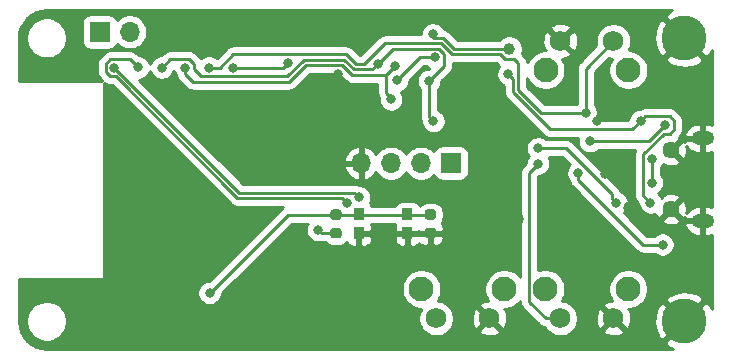
<source format=gbr>
G04 #@! TF.GenerationSoftware,KiCad,Pcbnew,5.1.9-73d0e3b20d~88~ubuntu20.04.1*
G04 #@! TF.CreationDate,2021-01-09T22:09:53-06:00*
G04 #@! TF.ProjectId,pcb,7063622e-6b69-4636-9164-5f7063625858,rev?*
G04 #@! TF.SameCoordinates,Original*
G04 #@! TF.FileFunction,Copper,L2,Bot*
G04 #@! TF.FilePolarity,Positive*
%FSLAX46Y46*%
G04 Gerber Fmt 4.6, Leading zero omitted, Abs format (unit mm)*
G04 Created by KiCad (PCBNEW 5.1.9-73d0e3b20d~88~ubuntu20.04.1) date 2021-01-09 22:09:53*
%MOMM*%
%LPD*%
G01*
G04 APERTURE LIST*
G04 #@! TA.AperFunction,ComponentPad*
%ADD10O,1.700000X1.700000*%
G04 #@! TD*
G04 #@! TA.AperFunction,ComponentPad*
%ADD11R,1.700000X1.700000*%
G04 #@! TD*
G04 #@! TA.AperFunction,SMDPad,CuDef*
%ADD12R,0.900000X1.000000*%
G04 #@! TD*
G04 #@! TA.AperFunction,ComponentPad*
%ADD13C,2.100000*%
G04 #@! TD*
G04 #@! TA.AperFunction,ComponentPad*
%ADD14C,1.750000*%
G04 #@! TD*
G04 #@! TA.AperFunction,ComponentPad*
%ADD15C,3.800000*%
G04 #@! TD*
G04 #@! TA.AperFunction,ComponentPad*
%ADD16O,1.900000X1.200000*%
G04 #@! TD*
G04 #@! TA.AperFunction,ComponentPad*
%ADD17C,1.450000*%
G04 #@! TD*
G04 #@! TA.AperFunction,ViaPad*
%ADD18C,0.800000*%
G04 #@! TD*
G04 #@! TA.AperFunction,ViaPad*
%ADD19C,1.200000*%
G04 #@! TD*
G04 #@! TA.AperFunction,ViaPad*
%ADD20C,1.000000*%
G04 #@! TD*
G04 #@! TA.AperFunction,Conductor*
%ADD21C,0.250000*%
G04 #@! TD*
G04 #@! TA.AperFunction,Conductor*
%ADD22C,0.254000*%
G04 #@! TD*
G04 #@! TA.AperFunction,Conductor*
%ADD23C,0.100000*%
G04 #@! TD*
G04 APERTURE END LIST*
D10*
X50040000Y-57500000D03*
D11*
X47500000Y-57500000D03*
G04 #@! TA.AperFunction,SMDPad,CuDef*
G36*
G01*
X67756250Y-73400000D02*
X67243750Y-73400000D01*
G75*
G02*
X67025000Y-73181250I0J218750D01*
G01*
X67025000Y-72743750D01*
G75*
G02*
X67243750Y-72525000I218750J0D01*
G01*
X67756250Y-72525000D01*
G75*
G02*
X67975000Y-72743750I0J-218750D01*
G01*
X67975000Y-73181250D01*
G75*
G02*
X67756250Y-73400000I-218750J0D01*
G01*
G37*
G04 #@! TD.AperFunction*
G04 #@! TA.AperFunction,SMDPad,CuDef*
G36*
G01*
X67756250Y-74975000D02*
X67243750Y-74975000D01*
G75*
G02*
X67025000Y-74756250I0J218750D01*
G01*
X67025000Y-74318750D01*
G75*
G02*
X67243750Y-74100000I218750J0D01*
G01*
X67756250Y-74100000D01*
G75*
G02*
X67975000Y-74318750I0J-218750D01*
G01*
X67975000Y-74756250D01*
G75*
G02*
X67756250Y-74975000I-218750J0D01*
G01*
G37*
G04 #@! TD.AperFunction*
G04 #@! TA.AperFunction,SMDPad,CuDef*
G36*
G01*
X75243750Y-74100000D02*
X75756250Y-74100000D01*
G75*
G02*
X75975000Y-74318750I0J-218750D01*
G01*
X75975000Y-74756250D01*
G75*
G02*
X75756250Y-74975000I-218750J0D01*
G01*
X75243750Y-74975000D01*
G75*
G02*
X75025000Y-74756250I0J218750D01*
G01*
X75025000Y-74318750D01*
G75*
G02*
X75243750Y-74100000I218750J0D01*
G01*
G37*
G04 #@! TD.AperFunction*
G04 #@! TA.AperFunction,SMDPad,CuDef*
G36*
G01*
X75243750Y-72525000D02*
X75756250Y-72525000D01*
G75*
G02*
X75975000Y-72743750I0J-218750D01*
G01*
X75975000Y-73181250D01*
G75*
G02*
X75756250Y-73400000I-218750J0D01*
G01*
X75243750Y-73400000D01*
G75*
G02*
X75025000Y-73181250I0J218750D01*
G01*
X75025000Y-72743750D01*
G75*
G02*
X75243750Y-72525000I218750J0D01*
G01*
G37*
G04 #@! TD.AperFunction*
D12*
X73550000Y-72950000D03*
X73550000Y-74550000D03*
X69450000Y-72950000D03*
X69450000Y-74550000D03*
D13*
X81750000Y-79260000D03*
D14*
X80500000Y-81750000D03*
X76000000Y-81750000D03*
D13*
X74740000Y-79260000D03*
D10*
X69630000Y-68600000D03*
X72170000Y-68600000D03*
X74710000Y-68600000D03*
D11*
X77250000Y-68600000D03*
D15*
X97000000Y-82000000D03*
X97000000Y-58000000D03*
D13*
X92250000Y-79260000D03*
D14*
X91000000Y-81750000D03*
X86500000Y-81750000D03*
D13*
X85240000Y-79260000D03*
X85250000Y-60740000D03*
D14*
X86500000Y-58250000D03*
X91000000Y-58250000D03*
D13*
X92260000Y-60740000D03*
D16*
X98547500Y-66500000D03*
X98547500Y-73500000D03*
D17*
X95847500Y-67500000D03*
X95847500Y-72500000D03*
D18*
X94125000Y-71947500D03*
X93300000Y-65025000D03*
X82100000Y-61075000D03*
X67650000Y-61025000D03*
X74875000Y-56400000D03*
X47750000Y-83050000D03*
X90250000Y-69500000D03*
X90250000Y-68000000D03*
X91750000Y-68000000D03*
D19*
X88500000Y-76100000D03*
D18*
X89600000Y-65000000D03*
D19*
X92375000Y-72375000D03*
D18*
X81825000Y-57300000D03*
X79650000Y-64850000D03*
X81000000Y-63700000D03*
X71150000Y-65650000D03*
X59750000Y-57100000D03*
X57625000Y-82600000D03*
X65425000Y-80250000D03*
X91750000Y-69500000D03*
D19*
X82804000Y-73312500D03*
X64600000Y-62400000D03*
X65900000Y-82200000D03*
D18*
X68075000Y-57850000D03*
X77750000Y-56750000D03*
X66000000Y-74250000D03*
X68453000Y-72009000D03*
X50750000Y-60502000D03*
X48750000Y-60525000D03*
X69469000Y-71501000D03*
X84625000Y-68650000D03*
X88650000Y-64350000D03*
X56750000Y-60525000D03*
X72500000Y-60400000D03*
X72170000Y-63205000D03*
X54750000Y-60525000D03*
X52750000Y-60525000D03*
X75750000Y-65050000D03*
X75400000Y-61650000D03*
X71025000Y-60225000D03*
D20*
X82169000Y-58928000D03*
D18*
X75700000Y-57700000D03*
X84625000Y-67350000D03*
X91250000Y-71950000D03*
X75875000Y-59650000D03*
X72675000Y-61575000D03*
X58750000Y-60525000D03*
X63436500Y-60134500D03*
X95150000Y-75500000D03*
X88025000Y-69450000D03*
X89000000Y-66750000D03*
X95400000Y-65350000D03*
X94250000Y-68250000D03*
X94250000Y-70250000D03*
X56800000Y-79600000D03*
D21*
X93700001Y-64624999D02*
X93300000Y-65025000D01*
X95748001Y-64624999D02*
X93700001Y-64624999D01*
X96125001Y-65001999D02*
X95748001Y-64624999D01*
X96125001Y-65749999D02*
X96125001Y-65001999D01*
X95286410Y-66100000D02*
X95775000Y-66100000D01*
X95775000Y-66100000D02*
X96125001Y-65749999D01*
X92599999Y-65725001D02*
X85600001Y-65725001D01*
X93300000Y-65025000D02*
X92599999Y-65725001D01*
X82499999Y-62624999D02*
X85600001Y-65725001D01*
X82499999Y-61474999D02*
X82499999Y-62624999D01*
X82100000Y-61075000D02*
X82499999Y-61474999D01*
X93524999Y-67861411D02*
X95286410Y-66100000D01*
X94125000Y-71947500D02*
X93524999Y-71347499D01*
X93524999Y-71347499D02*
X93524999Y-67861411D01*
X75487500Y-74550000D02*
X75500000Y-74537500D01*
X69450000Y-74550000D02*
X75487500Y-74550000D01*
X66287500Y-74537500D02*
X66000000Y-74250000D01*
X67500000Y-74537500D02*
X66287500Y-74537500D01*
X50047999Y-59799999D02*
X50750000Y-60502000D01*
X48401999Y-59799999D02*
X50047999Y-59799999D01*
X48024999Y-60873001D02*
X48024999Y-60176999D01*
X48838591Y-61250001D02*
X48401999Y-61250001D01*
X59139600Y-71551010D02*
X48838591Y-61250001D01*
X67995011Y-71551011D02*
X59139600Y-71551010D01*
X48024999Y-60176999D02*
X48401999Y-59799999D01*
X48401999Y-61250001D02*
X48024999Y-60873001D01*
X68453000Y-72009000D02*
X67995011Y-71551011D01*
X59326001Y-71101001D02*
X48750000Y-60525000D01*
X69069001Y-71101001D02*
X59326001Y-71101001D01*
X69469000Y-71501000D02*
X69069001Y-71101001D01*
X85262564Y-81750000D02*
X86500000Y-81750000D01*
X83864999Y-80352435D02*
X85262564Y-81750000D01*
X83864999Y-69410001D02*
X83864999Y-80352435D01*
X84625000Y-68650000D02*
X83864999Y-69410001D01*
X88650000Y-60600000D02*
X88650000Y-64350000D01*
X91000000Y-58250000D02*
X88650000Y-60600000D01*
X58802019Y-59399979D02*
X57676998Y-60525000D01*
X88650000Y-64350000D02*
X84861410Y-64350000D01*
X84861410Y-64350000D02*
X82950009Y-62438599D01*
X82950009Y-62438599D02*
X82950009Y-60138009D01*
X82565001Y-59753001D02*
X81772999Y-59753001D01*
X81772999Y-59753001D02*
X81398008Y-59378010D01*
X68374979Y-59399979D02*
X58802019Y-59399979D01*
X81398008Y-59378010D02*
X77312422Y-59378010D01*
X69888629Y-60224981D02*
X69199981Y-60224981D01*
X77312422Y-59378010D02*
X76409401Y-58474989D01*
X76409401Y-58474989D02*
X71638610Y-58475000D01*
X57676998Y-60525000D02*
X56750000Y-60525000D01*
X71638610Y-58475000D02*
X69888629Y-60224981D01*
X82950009Y-60138009D02*
X82565001Y-59753001D01*
X69199981Y-60224981D02*
X68374979Y-59399979D01*
X72170000Y-63068002D02*
X72170000Y-63205000D01*
X71774999Y-62673001D02*
X72170000Y-63068002D01*
X71774999Y-61125001D02*
X72500000Y-60400000D01*
X71774999Y-62673001D02*
X71774999Y-61125001D01*
X72500000Y-60400000D02*
X71949999Y-60950001D01*
X68823003Y-61125001D02*
X71774999Y-61125001D01*
X67998001Y-60299999D02*
X68823003Y-61125001D01*
X63555987Y-61700011D02*
X64955999Y-60299999D01*
X64955999Y-60299999D02*
X67998001Y-60299999D01*
X54750000Y-61090685D02*
X54750000Y-60525000D01*
X55359326Y-61700011D02*
X54750000Y-61090685D01*
X63555987Y-61700011D02*
X55359326Y-61700011D01*
X76650000Y-60400000D02*
X75400000Y-61650000D01*
X76650000Y-59351998D02*
X76650000Y-60400000D01*
X76223001Y-58924999D02*
X76650000Y-59351998D01*
X72325001Y-58924999D02*
X76223001Y-58924999D01*
X75400000Y-64700000D02*
X75750000Y-65050000D01*
X75400000Y-61650000D02*
X75400000Y-64700000D01*
X64769599Y-59849989D02*
X68184401Y-59849989D01*
X69009403Y-60674991D02*
X70575009Y-60674991D01*
X63369587Y-61250001D02*
X64769599Y-59849989D01*
X68184401Y-59849989D02*
X69009403Y-60674991D01*
X70575009Y-60674991D02*
X71025000Y-60225000D01*
X71025000Y-60225000D02*
X71025000Y-60175000D01*
X71025000Y-60225000D02*
X72325001Y-58924999D01*
X53475001Y-59799999D02*
X52750000Y-60525000D01*
X55098001Y-59799999D02*
X53475001Y-59799999D01*
X55475001Y-60176999D02*
X55098001Y-59799999D01*
X56050001Y-61250001D02*
X55475001Y-60675001D01*
X55475001Y-60675001D02*
X55475001Y-60176999D01*
X63369587Y-61250001D02*
X56050001Y-61250001D01*
X75900000Y-57500000D02*
X75700000Y-57700000D01*
X76601980Y-58024982D02*
X77504998Y-58928000D01*
X75804981Y-58024982D02*
X76601980Y-58024982D01*
X75700000Y-57920000D02*
X75804981Y-58024982D01*
X77504998Y-58928000D02*
X82169000Y-58928000D01*
X75700000Y-57700000D02*
X75700000Y-57920000D01*
X86998002Y-67350000D02*
X84625000Y-67350000D01*
X90850001Y-71201999D02*
X86998002Y-67350000D01*
X90850001Y-71550001D02*
X90850001Y-71201999D01*
X91250000Y-71950000D02*
X90850001Y-71550001D01*
X74600000Y-59650000D02*
X72675000Y-61575000D01*
X75875000Y-59650000D02*
X74600000Y-59650000D01*
X58750000Y-60525000D02*
X63046000Y-60525000D01*
X63046000Y-60525000D02*
X63436500Y-60134500D01*
X63436500Y-60134500D02*
X63500000Y-60071000D01*
X93509315Y-75500000D02*
X95150000Y-75500000D01*
X88025000Y-70015685D02*
X93509315Y-75500000D01*
X88025000Y-69450000D02*
X88025000Y-70015685D01*
X94000000Y-66750000D02*
X95400000Y-65350000D01*
X89000000Y-66750000D02*
X94000000Y-66750000D01*
X94250000Y-68250000D02*
X94250000Y-70250000D01*
X63437500Y-72962500D02*
X56800000Y-79600000D01*
X75500000Y-72962500D02*
X63437500Y-72962500D01*
D22*
X95607362Y-55867133D02*
X95403256Y-56223651D01*
X97000000Y-57820395D01*
X97014143Y-57806253D01*
X97193748Y-57985858D01*
X97179605Y-58000000D01*
X98776349Y-59596744D01*
X99132867Y-59392638D01*
X99340000Y-58995031D01*
X99340000Y-65345792D01*
X99262996Y-65313507D01*
X99024500Y-65265000D01*
X98674500Y-65265000D01*
X98674500Y-66373000D01*
X98694500Y-66373000D01*
X98694500Y-66627000D01*
X98674500Y-66627000D01*
X98674500Y-67735000D01*
X99024500Y-67735000D01*
X99262996Y-67686493D01*
X99340000Y-67654208D01*
X99340001Y-72345792D01*
X99262996Y-72313507D01*
X99024500Y-72265000D01*
X98674500Y-72265000D01*
X98674500Y-73373000D01*
X98694500Y-73373000D01*
X98694500Y-73627000D01*
X98674500Y-73627000D01*
X98674500Y-74735000D01*
X99024500Y-74735000D01*
X99262996Y-74686493D01*
X99340001Y-74654208D01*
X99340001Y-80994881D01*
X99132867Y-80607362D01*
X98776349Y-80403256D01*
X97179605Y-82000000D01*
X97193748Y-82014143D01*
X97014143Y-82193748D01*
X97000000Y-82179605D01*
X95403256Y-83776349D01*
X95607362Y-84132867D01*
X96004969Y-84340000D01*
X43032279Y-84340000D01*
X42546106Y-84292330D01*
X42109503Y-84160512D01*
X41706814Y-83946399D01*
X41353387Y-83658150D01*
X41062673Y-83306739D01*
X40845760Y-82905564D01*
X40710894Y-82469886D01*
X40660000Y-81985664D01*
X40660000Y-81829117D01*
X41265000Y-81829117D01*
X41265000Y-82170883D01*
X41331675Y-82506081D01*
X41462463Y-82821831D01*
X41652337Y-83105998D01*
X41894002Y-83347663D01*
X42178169Y-83537537D01*
X42493919Y-83668325D01*
X42829117Y-83735000D01*
X43170883Y-83735000D01*
X43506081Y-83668325D01*
X43821831Y-83537537D01*
X44105998Y-83347663D01*
X44347663Y-83105998D01*
X44537537Y-82821831D01*
X44668325Y-82506081D01*
X44735000Y-82170883D01*
X44735000Y-81829117D01*
X44668325Y-81493919D01*
X44537537Y-81178169D01*
X44347663Y-80894002D01*
X44105998Y-80652337D01*
X43821831Y-80462463D01*
X43506081Y-80331675D01*
X43170883Y-80265000D01*
X42829117Y-80265000D01*
X42493919Y-80331675D01*
X42178169Y-80462463D01*
X41894002Y-80652337D01*
X41652337Y-80894002D01*
X41462463Y-81178169D01*
X41331675Y-81493919D01*
X41265000Y-81829117D01*
X40660000Y-81829117D01*
X40660000Y-78377000D01*
X47750000Y-78377000D01*
X47774776Y-78374560D01*
X47798601Y-78367333D01*
X47820557Y-78355597D01*
X47839803Y-78339803D01*
X47855597Y-78320557D01*
X47867333Y-78298601D01*
X47874560Y-78274776D01*
X47877000Y-78250000D01*
X47877000Y-61802314D01*
X47977723Y-61884975D01*
X48042226Y-61919453D01*
X48109752Y-61955547D01*
X48253013Y-61999004D01*
X48401999Y-62013678D01*
X48439332Y-62010001D01*
X48523790Y-62010001D01*
X58575805Y-72062017D01*
X58599599Y-72091010D01*
X58628592Y-72114804D01*
X58628597Y-72114809D01*
X58715324Y-72185984D01*
X58847353Y-72256556D01*
X58990614Y-72300013D01*
X59139600Y-72314686D01*
X59176935Y-72311009D01*
X63044123Y-72311010D01*
X63013224Y-72327526D01*
X62897499Y-72422499D01*
X62873701Y-72451497D01*
X56760199Y-78565000D01*
X56698061Y-78565000D01*
X56498102Y-78604774D01*
X56309744Y-78682795D01*
X56140226Y-78796063D01*
X55996063Y-78940226D01*
X55882795Y-79109744D01*
X55804774Y-79298102D01*
X55765000Y-79498061D01*
X55765000Y-79701939D01*
X55804774Y-79901898D01*
X55882795Y-80090256D01*
X55996063Y-80259774D01*
X56140226Y-80403937D01*
X56309744Y-80517205D01*
X56498102Y-80595226D01*
X56698061Y-80635000D01*
X56901939Y-80635000D01*
X57101898Y-80595226D01*
X57290256Y-80517205D01*
X57459774Y-80403937D01*
X57603937Y-80259774D01*
X57717205Y-80090256D01*
X57795226Y-79901898D01*
X57835000Y-79701939D01*
X57835000Y-79639801D01*
X58380759Y-79094042D01*
X73055000Y-79094042D01*
X73055000Y-79425958D01*
X73119754Y-79751496D01*
X73246772Y-80058147D01*
X73431175Y-80334125D01*
X73665875Y-80568825D01*
X73941853Y-80753228D01*
X74248504Y-80880246D01*
X74574042Y-80945000D01*
X74721823Y-80945000D01*
X74661856Y-81034747D01*
X74548029Y-81309549D01*
X74490000Y-81601278D01*
X74490000Y-81898722D01*
X74548029Y-82190451D01*
X74661856Y-82465253D01*
X74827107Y-82712569D01*
X75037431Y-82922893D01*
X75284747Y-83088144D01*
X75559549Y-83201971D01*
X75851278Y-83260000D01*
X76148722Y-83260000D01*
X76440451Y-83201971D01*
X76715253Y-83088144D01*
X76962569Y-82922893D01*
X77089222Y-82796240D01*
X79633365Y-82796240D01*
X79714025Y-83047868D01*
X79982329Y-83176267D01*
X80270526Y-83249855D01*
X80567543Y-83265804D01*
X80861963Y-83223501D01*
X81142474Y-83124572D01*
X81285975Y-83047868D01*
X81366635Y-82796240D01*
X80500000Y-81929605D01*
X79633365Y-82796240D01*
X77089222Y-82796240D01*
X77172893Y-82712569D01*
X77338144Y-82465253D01*
X77451971Y-82190451D01*
X77510000Y-81898722D01*
X77510000Y-81817543D01*
X78984196Y-81817543D01*
X79026499Y-82111963D01*
X79125428Y-82392474D01*
X79202132Y-82535975D01*
X79453760Y-82616635D01*
X80320395Y-81750000D01*
X79453760Y-80883365D01*
X79202132Y-80964025D01*
X79073733Y-81232329D01*
X79000145Y-81520526D01*
X78984196Y-81817543D01*
X77510000Y-81817543D01*
X77510000Y-81601278D01*
X77451971Y-81309549D01*
X77338144Y-81034747D01*
X77172893Y-80787431D01*
X77089222Y-80703760D01*
X79633365Y-80703760D01*
X80500000Y-81570395D01*
X80514143Y-81556253D01*
X80693748Y-81735858D01*
X80679605Y-81750000D01*
X81546240Y-82616635D01*
X81797868Y-82535975D01*
X81926267Y-82267671D01*
X81999855Y-81979474D01*
X82015804Y-81682457D01*
X81973501Y-81388037D01*
X81874572Y-81107526D01*
X81797868Y-80964025D01*
X81738517Y-80945000D01*
X81915958Y-80945000D01*
X82241496Y-80880246D01*
X82548147Y-80753228D01*
X82824125Y-80568825D01*
X83058825Y-80334125D01*
X83105000Y-80265019D01*
X83105000Y-80315103D01*
X83101323Y-80352435D01*
X83105000Y-80389768D01*
X83106329Y-80403256D01*
X83115997Y-80501420D01*
X83159453Y-80644681D01*
X83230025Y-80776711D01*
X83301200Y-80863437D01*
X83324999Y-80892436D01*
X83353997Y-80916234D01*
X84698769Y-82261008D01*
X84722563Y-82290001D01*
X84751556Y-82313795D01*
X84751560Y-82313799D01*
X84818153Y-82368450D01*
X84838288Y-82384974D01*
X84970317Y-82455546D01*
X85113578Y-82499003D01*
X85189397Y-82506471D01*
X85327107Y-82712569D01*
X85537431Y-82922893D01*
X85784747Y-83088144D01*
X86059549Y-83201971D01*
X86351278Y-83260000D01*
X86648722Y-83260000D01*
X86940451Y-83201971D01*
X87215253Y-83088144D01*
X87462569Y-82922893D01*
X87589222Y-82796240D01*
X90133365Y-82796240D01*
X90214025Y-83047868D01*
X90482329Y-83176267D01*
X90770526Y-83249855D01*
X91067543Y-83265804D01*
X91361963Y-83223501D01*
X91642474Y-83124572D01*
X91785975Y-83047868D01*
X91866635Y-82796240D01*
X91000000Y-81929605D01*
X90133365Y-82796240D01*
X87589222Y-82796240D01*
X87672893Y-82712569D01*
X87838144Y-82465253D01*
X87951971Y-82190451D01*
X88010000Y-81898722D01*
X88010000Y-81817543D01*
X89484196Y-81817543D01*
X89526499Y-82111963D01*
X89625428Y-82392474D01*
X89702132Y-82535975D01*
X89953760Y-82616635D01*
X90820395Y-81750000D01*
X89953760Y-80883365D01*
X89702132Y-80964025D01*
X89573733Y-81232329D01*
X89500145Y-81520526D01*
X89484196Y-81817543D01*
X88010000Y-81817543D01*
X88010000Y-81601278D01*
X87951971Y-81309549D01*
X87838144Y-81034747D01*
X87672893Y-80787431D01*
X87589222Y-80703760D01*
X90133365Y-80703760D01*
X91000000Y-81570395D01*
X91014143Y-81556253D01*
X91193748Y-81735858D01*
X91179605Y-81750000D01*
X92046240Y-82616635D01*
X92297868Y-82535975D01*
X92426267Y-82267671D01*
X92487714Y-82027021D01*
X94452877Y-82027021D01*
X94507091Y-82523422D01*
X94657106Y-82999707D01*
X94867133Y-83392638D01*
X95223651Y-83596744D01*
X96820395Y-82000000D01*
X95223651Y-80403256D01*
X94867133Y-80607362D01*
X94636425Y-81050223D01*
X94496548Y-81529583D01*
X94452877Y-82027021D01*
X92487714Y-82027021D01*
X92499855Y-81979474D01*
X92515804Y-81682457D01*
X92473501Y-81388037D01*
X92374572Y-81107526D01*
X92297868Y-80964025D01*
X92238517Y-80945000D01*
X92415958Y-80945000D01*
X92741496Y-80880246D01*
X93048147Y-80753228D01*
X93324125Y-80568825D01*
X93558825Y-80334125D01*
X93632641Y-80223651D01*
X95403256Y-80223651D01*
X97000000Y-81820395D01*
X98596744Y-80223651D01*
X98392638Y-79867133D01*
X97949777Y-79636425D01*
X97470417Y-79496548D01*
X96972979Y-79452877D01*
X96476578Y-79507091D01*
X96000293Y-79657106D01*
X95607362Y-79867133D01*
X95403256Y-80223651D01*
X93632641Y-80223651D01*
X93743228Y-80058147D01*
X93870246Y-79751496D01*
X93935000Y-79425958D01*
X93935000Y-79094042D01*
X93870246Y-78768504D01*
X93743228Y-78461853D01*
X93558825Y-78185875D01*
X93324125Y-77951175D01*
X93048147Y-77766772D01*
X92741496Y-77639754D01*
X92415958Y-77575000D01*
X92084042Y-77575000D01*
X91758504Y-77639754D01*
X91451853Y-77766772D01*
X91175875Y-77951175D01*
X90941175Y-78185875D01*
X90756772Y-78461853D01*
X90629754Y-78768504D01*
X90565000Y-79094042D01*
X90565000Y-79425958D01*
X90629754Y-79751496D01*
X90756772Y-80058147D01*
X90879490Y-80241806D01*
X90638037Y-80276499D01*
X90357526Y-80375428D01*
X90214025Y-80452132D01*
X90133365Y-80703760D01*
X87589222Y-80703760D01*
X87462569Y-80577107D01*
X87215253Y-80411856D01*
X86940451Y-80298029D01*
X86648722Y-80240000D01*
X86611717Y-80240000D01*
X86733228Y-80058147D01*
X86860246Y-79751496D01*
X86925000Y-79425958D01*
X86925000Y-79094042D01*
X86860246Y-78768504D01*
X86733228Y-78461853D01*
X86548825Y-78185875D01*
X86314125Y-77951175D01*
X86038147Y-77766772D01*
X85731496Y-77639754D01*
X85405958Y-77575000D01*
X85074042Y-77575000D01*
X84748504Y-77639754D01*
X84624999Y-77690911D01*
X84624999Y-69724802D01*
X84664801Y-69685000D01*
X84726939Y-69685000D01*
X84926898Y-69645226D01*
X85115256Y-69567205D01*
X85284774Y-69453937D01*
X85428937Y-69309774D01*
X85542205Y-69140256D01*
X85620226Y-68951898D01*
X85660000Y-68751939D01*
X85660000Y-68548061D01*
X85620226Y-68348102D01*
X85542205Y-68159744D01*
X85508967Y-68110000D01*
X86683201Y-68110000D01*
X87292245Y-68719044D01*
X87221063Y-68790226D01*
X87107795Y-68959744D01*
X87029774Y-69148102D01*
X86990000Y-69348061D01*
X86990000Y-69551939D01*
X87029774Y-69751898D01*
X87107795Y-69940256D01*
X87221063Y-70109774D01*
X87276013Y-70164724D01*
X87319454Y-70307932D01*
X87337130Y-70341001D01*
X87390026Y-70439961D01*
X87444038Y-70505774D01*
X87485000Y-70555686D01*
X87513998Y-70579484D01*
X92945516Y-76011003D01*
X92969314Y-76040001D01*
X93085039Y-76134974D01*
X93217068Y-76205546D01*
X93360329Y-76249003D01*
X93471982Y-76260000D01*
X93471990Y-76260000D01*
X93509315Y-76263676D01*
X93546640Y-76260000D01*
X94446289Y-76260000D01*
X94490226Y-76303937D01*
X94659744Y-76417205D01*
X94848102Y-76495226D01*
X95048061Y-76535000D01*
X95251939Y-76535000D01*
X95451898Y-76495226D01*
X95640256Y-76417205D01*
X95809774Y-76303937D01*
X95953937Y-76159774D01*
X96067205Y-75990256D01*
X96145226Y-75801898D01*
X96185000Y-75601939D01*
X96185000Y-75398061D01*
X96145226Y-75198102D01*
X96067205Y-75009744D01*
X95953937Y-74840226D01*
X95809774Y-74696063D01*
X95640256Y-74582795D01*
X95451898Y-74504774D01*
X95251939Y-74465000D01*
X95048061Y-74465000D01*
X94848102Y-74504774D01*
X94659744Y-74582795D01*
X94490226Y-74696063D01*
X94446289Y-74740000D01*
X93824117Y-74740000D01*
X92523250Y-73439133D01*
X95087972Y-73439133D01*
X95150465Y-73675450D01*
X95393178Y-73788850D01*
X95653349Y-73852719D01*
X95920982Y-73864604D01*
X96185791Y-73824048D01*
X96203523Y-73817609D01*
X97004038Y-73817609D01*
X97007909Y-73855282D01*
X97100079Y-74080533D01*
X97234422Y-74283474D01*
X97405775Y-74456307D01*
X97607554Y-74592390D01*
X97832004Y-74686493D01*
X98070500Y-74735000D01*
X98420500Y-74735000D01*
X98420500Y-73627000D01*
X97128769Y-73627000D01*
X97004038Y-73817609D01*
X96203523Y-73817609D01*
X96437600Y-73732609D01*
X96544535Y-73675450D01*
X96607028Y-73439133D01*
X95847500Y-72679605D01*
X95087972Y-73439133D01*
X92523250Y-73439133D01*
X91866781Y-72782664D01*
X91909774Y-72753937D01*
X92053937Y-72609774D01*
X92167205Y-72440256D01*
X92245226Y-72251898D01*
X92285000Y-72051939D01*
X92285000Y-71848061D01*
X92245226Y-71648102D01*
X92167205Y-71459744D01*
X92053937Y-71290226D01*
X91909774Y-71146063D01*
X91740256Y-71032795D01*
X91571691Y-70962973D01*
X91555547Y-70909752D01*
X91484975Y-70777723D01*
X91390002Y-70661998D01*
X91361004Y-70638200D01*
X87561806Y-66839003D01*
X87538003Y-66809999D01*
X87422278Y-66715026D01*
X87290249Y-66644454D01*
X87146988Y-66600997D01*
X87035335Y-66590000D01*
X87035324Y-66590000D01*
X86998002Y-66586324D01*
X86960680Y-66590000D01*
X85328711Y-66590000D01*
X85284774Y-66546063D01*
X85115256Y-66432795D01*
X84926898Y-66354774D01*
X84726939Y-66315000D01*
X84523061Y-66315000D01*
X84323102Y-66354774D01*
X84134744Y-66432795D01*
X83965226Y-66546063D01*
X83821063Y-66690226D01*
X83707795Y-66859744D01*
X83629774Y-67048102D01*
X83590000Y-67248061D01*
X83590000Y-67451939D01*
X83629774Y-67651898D01*
X83707795Y-67840256D01*
X83814532Y-68000000D01*
X83707795Y-68159744D01*
X83629774Y-68348102D01*
X83590000Y-68548061D01*
X83590000Y-68610199D01*
X83354001Y-68846198D01*
X83324998Y-68870000D01*
X83292357Y-68909774D01*
X83230025Y-68985725D01*
X83193565Y-69053937D01*
X83159453Y-69117755D01*
X83115996Y-69261016D01*
X83104999Y-69372669D01*
X83104999Y-69372679D01*
X83101323Y-69410001D01*
X83104999Y-69447323D01*
X83105000Y-78254980D01*
X83058825Y-78185875D01*
X82824125Y-77951175D01*
X82548147Y-77766772D01*
X82241496Y-77639754D01*
X81915958Y-77575000D01*
X81584042Y-77575000D01*
X81258504Y-77639754D01*
X80951853Y-77766772D01*
X80675875Y-77951175D01*
X80441175Y-78185875D01*
X80256772Y-78461853D01*
X80129754Y-78768504D01*
X80065000Y-79094042D01*
X80065000Y-79425958D01*
X80129754Y-79751496D01*
X80256772Y-80058147D01*
X80379490Y-80241806D01*
X80138037Y-80276499D01*
X79857526Y-80375428D01*
X79714025Y-80452132D01*
X79633365Y-80703760D01*
X77089222Y-80703760D01*
X76962569Y-80577107D01*
X76715253Y-80411856D01*
X76440451Y-80298029D01*
X76148722Y-80240000D01*
X76111717Y-80240000D01*
X76233228Y-80058147D01*
X76360246Y-79751496D01*
X76425000Y-79425958D01*
X76425000Y-79094042D01*
X76360246Y-78768504D01*
X76233228Y-78461853D01*
X76048825Y-78185875D01*
X75814125Y-77951175D01*
X75538147Y-77766772D01*
X75231496Y-77639754D01*
X74905958Y-77575000D01*
X74574042Y-77575000D01*
X74248504Y-77639754D01*
X73941853Y-77766772D01*
X73665875Y-77951175D01*
X73431175Y-78185875D01*
X73246772Y-78461853D01*
X73119754Y-78768504D01*
X73055000Y-79094042D01*
X58380759Y-79094042D01*
X63752302Y-73722500D01*
X65107681Y-73722500D01*
X65082795Y-73759744D01*
X65004774Y-73948102D01*
X64965000Y-74148061D01*
X64965000Y-74351939D01*
X65004774Y-74551898D01*
X65082795Y-74740256D01*
X65196063Y-74909774D01*
X65340226Y-75053937D01*
X65509744Y-75167205D01*
X65698102Y-75245226D01*
X65898061Y-75285000D01*
X66101939Y-75285000D01*
X66121036Y-75281201D01*
X66138514Y-75286503D01*
X66250167Y-75297500D01*
X66250176Y-75297500D01*
X66287499Y-75301176D01*
X66324822Y-75297500D01*
X66584857Y-75297500D01*
X66637885Y-75362115D01*
X66767725Y-75468671D01*
X66915858Y-75547850D01*
X67076592Y-75596608D01*
X67243750Y-75613072D01*
X67756250Y-75613072D01*
X67923408Y-75596608D01*
X68084142Y-75547850D01*
X68232275Y-75468671D01*
X68362115Y-75362115D01*
X68413405Y-75299618D01*
X68469463Y-75404494D01*
X68548815Y-75501185D01*
X68645506Y-75580537D01*
X68755820Y-75639502D01*
X68875518Y-75675812D01*
X69000000Y-75688072D01*
X69164250Y-75685000D01*
X69323000Y-75526250D01*
X69323000Y-74677000D01*
X69577000Y-74677000D01*
X69577000Y-75526250D01*
X69735750Y-75685000D01*
X69900000Y-75688072D01*
X70024482Y-75675812D01*
X70144180Y-75639502D01*
X70254494Y-75580537D01*
X70351185Y-75501185D01*
X70430537Y-75404494D01*
X70489502Y-75294180D01*
X70525812Y-75174482D01*
X70538072Y-75050000D01*
X72461928Y-75050000D01*
X72474188Y-75174482D01*
X72510498Y-75294180D01*
X72569463Y-75404494D01*
X72648815Y-75501185D01*
X72745506Y-75580537D01*
X72855820Y-75639502D01*
X72975518Y-75675812D01*
X73100000Y-75688072D01*
X73264250Y-75685000D01*
X73423000Y-75526250D01*
X73423000Y-74677000D01*
X73677000Y-74677000D01*
X73677000Y-75526250D01*
X73835750Y-75685000D01*
X74000000Y-75688072D01*
X74124482Y-75675812D01*
X74244180Y-75639502D01*
X74354494Y-75580537D01*
X74451185Y-75501185D01*
X74530537Y-75404494D01*
X74540586Y-75385695D01*
X74573815Y-75426185D01*
X74670506Y-75505537D01*
X74780820Y-75564502D01*
X74900518Y-75600812D01*
X75025000Y-75613072D01*
X75214250Y-75610000D01*
X75373000Y-75451250D01*
X75373000Y-74664500D01*
X75627000Y-74664500D01*
X75627000Y-75451250D01*
X75785750Y-75610000D01*
X75975000Y-75613072D01*
X76099482Y-75600812D01*
X76219180Y-75564502D01*
X76329494Y-75505537D01*
X76426185Y-75426185D01*
X76505537Y-75329494D01*
X76564502Y-75219180D01*
X76600812Y-75099482D01*
X76613072Y-74975000D01*
X76610000Y-74823250D01*
X76451250Y-74664500D01*
X75627000Y-74664500D01*
X75373000Y-74664500D01*
X74548750Y-74664500D01*
X74506250Y-74707000D01*
X74476250Y-74677000D01*
X73677000Y-74677000D01*
X73423000Y-74677000D01*
X72623750Y-74677000D01*
X72465000Y-74835750D01*
X72461928Y-75050000D01*
X70538072Y-75050000D01*
X70535000Y-74835750D01*
X70376250Y-74677000D01*
X69577000Y-74677000D01*
X69323000Y-74677000D01*
X69303000Y-74677000D01*
X69303000Y-74423000D01*
X69323000Y-74423000D01*
X69323000Y-74403000D01*
X69577000Y-74403000D01*
X69577000Y-74423000D01*
X70376250Y-74423000D01*
X70535000Y-74264250D01*
X70538072Y-74050000D01*
X70525812Y-73925518D01*
X70489502Y-73805820D01*
X70459665Y-73750000D01*
X70474364Y-73722500D01*
X72525636Y-73722500D01*
X72540335Y-73750000D01*
X72510498Y-73805820D01*
X72474188Y-73925518D01*
X72461928Y-74050000D01*
X72465000Y-74264250D01*
X72623750Y-74423000D01*
X73423000Y-74423000D01*
X73423000Y-74403000D01*
X73677000Y-74403000D01*
X73677000Y-74423000D01*
X74476250Y-74423000D01*
X74518750Y-74380500D01*
X74548750Y-74410500D01*
X75373000Y-74410500D01*
X75373000Y-74390500D01*
X75627000Y-74390500D01*
X75627000Y-74410500D01*
X76451250Y-74410500D01*
X76610000Y-74251750D01*
X76613072Y-74100000D01*
X76600812Y-73975518D01*
X76564502Y-73855820D01*
X76505537Y-73745506D01*
X76450900Y-73678930D01*
X76468671Y-73657275D01*
X76547850Y-73509142D01*
X76596608Y-73348408D01*
X76613072Y-73181250D01*
X76613072Y-72743750D01*
X76596608Y-72576592D01*
X76547850Y-72415858D01*
X76468671Y-72267725D01*
X76362115Y-72137885D01*
X76232275Y-72031329D01*
X76084142Y-71952150D01*
X75923408Y-71903392D01*
X75756250Y-71886928D01*
X75243750Y-71886928D01*
X75076592Y-71903392D01*
X74915858Y-71952150D01*
X74767725Y-72031329D01*
X74637885Y-72137885D01*
X74586595Y-72200382D01*
X74530537Y-72095506D01*
X74451185Y-71998815D01*
X74354494Y-71919463D01*
X74244180Y-71860498D01*
X74124482Y-71824188D01*
X74000000Y-71811928D01*
X73100000Y-71811928D01*
X72975518Y-71824188D01*
X72855820Y-71860498D01*
X72745506Y-71919463D01*
X72648815Y-71998815D01*
X72569463Y-72095506D01*
X72512273Y-72202500D01*
X70487727Y-72202500D01*
X70430537Y-72095506D01*
X70367704Y-72018944D01*
X70386205Y-71991256D01*
X70464226Y-71802898D01*
X70504000Y-71602939D01*
X70504000Y-71399061D01*
X70464226Y-71199102D01*
X70386205Y-71010744D01*
X70272937Y-70841226D01*
X70128774Y-70697063D01*
X69959256Y-70583795D01*
X69770898Y-70505774D01*
X69570939Y-70466000D01*
X69493226Y-70466000D01*
X69361248Y-70395455D01*
X69217987Y-70351998D01*
X69106334Y-70341001D01*
X69106323Y-70341001D01*
X69069001Y-70337325D01*
X69031679Y-70341001D01*
X59640803Y-70341001D01*
X58256693Y-68956891D01*
X68188519Y-68956891D01*
X68285843Y-69231252D01*
X68434822Y-69481355D01*
X68629731Y-69697588D01*
X68863080Y-69871641D01*
X69125901Y-69996825D01*
X69273110Y-70041476D01*
X69503000Y-69920155D01*
X69503000Y-68727000D01*
X68309186Y-68727000D01*
X68188519Y-68956891D01*
X58256693Y-68956891D01*
X57542911Y-68243109D01*
X68188519Y-68243109D01*
X68309186Y-68473000D01*
X69503000Y-68473000D01*
X69503000Y-67279845D01*
X69757000Y-67279845D01*
X69757000Y-68473000D01*
X69777000Y-68473000D01*
X69777000Y-68727000D01*
X69757000Y-68727000D01*
X69757000Y-69920155D01*
X69986890Y-70041476D01*
X70134099Y-69996825D01*
X70396920Y-69871641D01*
X70630269Y-69697588D01*
X70825178Y-69481355D01*
X70894805Y-69364466D01*
X71016525Y-69546632D01*
X71223368Y-69753475D01*
X71466589Y-69915990D01*
X71736842Y-70027932D01*
X72023740Y-70085000D01*
X72316260Y-70085000D01*
X72603158Y-70027932D01*
X72873411Y-69915990D01*
X73116632Y-69753475D01*
X73323475Y-69546632D01*
X73440000Y-69372240D01*
X73556525Y-69546632D01*
X73763368Y-69753475D01*
X74006589Y-69915990D01*
X74276842Y-70027932D01*
X74563740Y-70085000D01*
X74856260Y-70085000D01*
X75143158Y-70027932D01*
X75413411Y-69915990D01*
X75656632Y-69753475D01*
X75788487Y-69621620D01*
X75810498Y-69694180D01*
X75869463Y-69804494D01*
X75948815Y-69901185D01*
X76045506Y-69980537D01*
X76155820Y-70039502D01*
X76275518Y-70075812D01*
X76400000Y-70088072D01*
X78100000Y-70088072D01*
X78224482Y-70075812D01*
X78344180Y-70039502D01*
X78454494Y-69980537D01*
X78551185Y-69901185D01*
X78630537Y-69804494D01*
X78689502Y-69694180D01*
X78725812Y-69574482D01*
X78738072Y-69450000D01*
X78738072Y-67750000D01*
X78725812Y-67625518D01*
X78689502Y-67505820D01*
X78630537Y-67395506D01*
X78551185Y-67298815D01*
X78454494Y-67219463D01*
X78344180Y-67160498D01*
X78224482Y-67124188D01*
X78100000Y-67111928D01*
X76400000Y-67111928D01*
X76275518Y-67124188D01*
X76155820Y-67160498D01*
X76045506Y-67219463D01*
X75948815Y-67298815D01*
X75869463Y-67395506D01*
X75810498Y-67505820D01*
X75788487Y-67578380D01*
X75656632Y-67446525D01*
X75413411Y-67284010D01*
X75143158Y-67172068D01*
X74856260Y-67115000D01*
X74563740Y-67115000D01*
X74276842Y-67172068D01*
X74006589Y-67284010D01*
X73763368Y-67446525D01*
X73556525Y-67653368D01*
X73440000Y-67827760D01*
X73323475Y-67653368D01*
X73116632Y-67446525D01*
X72873411Y-67284010D01*
X72603158Y-67172068D01*
X72316260Y-67115000D01*
X72023740Y-67115000D01*
X71736842Y-67172068D01*
X71466589Y-67284010D01*
X71223368Y-67446525D01*
X71016525Y-67653368D01*
X70894805Y-67835534D01*
X70825178Y-67718645D01*
X70630269Y-67502412D01*
X70396920Y-67328359D01*
X70134099Y-67203175D01*
X69986890Y-67158524D01*
X69757000Y-67279845D01*
X69503000Y-67279845D01*
X69273110Y-67158524D01*
X69125901Y-67203175D01*
X68863080Y-67328359D01*
X68629731Y-67502412D01*
X68434822Y-67718645D01*
X68285843Y-67968748D01*
X68188519Y-68243109D01*
X57542911Y-68243109D01*
X50836801Y-61537000D01*
X50851939Y-61537000D01*
X51051898Y-61497226D01*
X51240256Y-61419205D01*
X51409774Y-61305937D01*
X51553937Y-61161774D01*
X51667205Y-60992256D01*
X51745226Y-60803898D01*
X51747713Y-60791397D01*
X51754774Y-60826898D01*
X51832795Y-61015256D01*
X51946063Y-61184774D01*
X52090226Y-61328937D01*
X52259744Y-61442205D01*
X52448102Y-61520226D01*
X52648061Y-61560000D01*
X52851939Y-61560000D01*
X53051898Y-61520226D01*
X53240256Y-61442205D01*
X53409774Y-61328937D01*
X53553937Y-61184774D01*
X53667205Y-61015256D01*
X53745226Y-60826898D01*
X53750000Y-60802897D01*
X53754774Y-60826898D01*
X53832795Y-61015256D01*
X53946063Y-61184774D01*
X54001014Y-61239725D01*
X54036817Y-61357754D01*
X54044454Y-61382931D01*
X54115026Y-61514961D01*
X54144624Y-61551026D01*
X54209999Y-61630686D01*
X54239002Y-61654488D01*
X54795526Y-62211013D01*
X54819325Y-62240012D01*
X54848323Y-62263810D01*
X54935049Y-62334985D01*
X55017277Y-62378937D01*
X55067079Y-62405557D01*
X55210340Y-62449014D01*
X55321993Y-62460011D01*
X55322002Y-62460011D01*
X55359325Y-62463687D01*
X55396648Y-62460011D01*
X63518665Y-62460011D01*
X63555987Y-62463687D01*
X63593309Y-62460011D01*
X63593320Y-62460011D01*
X63704973Y-62449014D01*
X63848234Y-62405557D01*
X63980263Y-62334985D01*
X64095988Y-62240012D01*
X64119791Y-62211008D01*
X65270801Y-61059999D01*
X67683200Y-61059999D01*
X68259204Y-61636003D01*
X68283002Y-61665002D01*
X68312000Y-61688800D01*
X68398726Y-61759975D01*
X68480389Y-61803625D01*
X68530756Y-61830547D01*
X68674017Y-61874004D01*
X68785670Y-61885001D01*
X68785680Y-61885001D01*
X68823002Y-61888677D01*
X68860325Y-61885001D01*
X71015000Y-61885001D01*
X71014999Y-62635678D01*
X71011323Y-62673001D01*
X71014999Y-62710323D01*
X71014999Y-62710333D01*
X71025996Y-62821986D01*
X71055430Y-62919017D01*
X71069453Y-62965247D01*
X71137201Y-63091994D01*
X71135000Y-63103061D01*
X71135000Y-63306939D01*
X71174774Y-63506898D01*
X71252795Y-63695256D01*
X71366063Y-63864774D01*
X71510226Y-64008937D01*
X71679744Y-64122205D01*
X71868102Y-64200226D01*
X72068061Y-64240000D01*
X72271939Y-64240000D01*
X72471898Y-64200226D01*
X72660256Y-64122205D01*
X72829774Y-64008937D01*
X72973937Y-63864774D01*
X73087205Y-63695256D01*
X73165226Y-63506898D01*
X73205000Y-63306939D01*
X73205000Y-63103061D01*
X73165226Y-62903102D01*
X73087205Y-62714744D01*
X72987662Y-62565767D01*
X73165256Y-62492205D01*
X73334774Y-62378937D01*
X73478937Y-62234774D01*
X73592205Y-62065256D01*
X73670226Y-61876898D01*
X73710000Y-61676939D01*
X73710000Y-61614801D01*
X74914802Y-60410000D01*
X75171289Y-60410000D01*
X75215226Y-60453937D01*
X75384744Y-60567205D01*
X75401184Y-60574015D01*
X75360199Y-60615000D01*
X75298061Y-60615000D01*
X75098102Y-60654774D01*
X74909744Y-60732795D01*
X74740226Y-60846063D01*
X74596063Y-60990226D01*
X74482795Y-61159744D01*
X74404774Y-61348102D01*
X74365000Y-61548061D01*
X74365000Y-61751939D01*
X74404774Y-61951898D01*
X74482795Y-62140256D01*
X74596063Y-62309774D01*
X74640000Y-62353711D01*
X74640001Y-64662668D01*
X74636324Y-64700000D01*
X74640001Y-64737333D01*
X74650998Y-64848986D01*
X74659197Y-64876014D01*
X74694454Y-64992246D01*
X74715000Y-65030685D01*
X74715000Y-65151939D01*
X74754774Y-65351898D01*
X74832795Y-65540256D01*
X74946063Y-65709774D01*
X75090226Y-65853937D01*
X75259744Y-65967205D01*
X75448102Y-66045226D01*
X75648061Y-66085000D01*
X75851939Y-66085000D01*
X76051898Y-66045226D01*
X76240256Y-65967205D01*
X76409774Y-65853937D01*
X76553937Y-65709774D01*
X76667205Y-65540256D01*
X76745226Y-65351898D01*
X76785000Y-65151939D01*
X76785000Y-64948061D01*
X76745226Y-64748102D01*
X76667205Y-64559744D01*
X76553937Y-64390226D01*
X76409774Y-64246063D01*
X76240256Y-64132795D01*
X76160000Y-64099552D01*
X76160000Y-62353711D01*
X76203937Y-62309774D01*
X76317205Y-62140256D01*
X76395226Y-61951898D01*
X76435000Y-61751939D01*
X76435000Y-61689801D01*
X77161003Y-60963799D01*
X77190001Y-60940001D01*
X77224326Y-60898176D01*
X77284974Y-60824277D01*
X77355546Y-60692247D01*
X77361085Y-60673986D01*
X77399003Y-60548986D01*
X77410000Y-60437333D01*
X77410000Y-60437323D01*
X77413676Y-60400000D01*
X77410000Y-60362677D01*
X77410000Y-60138010D01*
X81083207Y-60138010D01*
X81209195Y-60263998D01*
X81232998Y-60293002D01*
X81334767Y-60376522D01*
X81296063Y-60415226D01*
X81182795Y-60584744D01*
X81104774Y-60773102D01*
X81065000Y-60973061D01*
X81065000Y-61176939D01*
X81104774Y-61376898D01*
X81182795Y-61565256D01*
X81296063Y-61734774D01*
X81440226Y-61878937D01*
X81609744Y-61992205D01*
X81739999Y-62046159D01*
X81740000Y-62587667D01*
X81736323Y-62624999D01*
X81740000Y-62662332D01*
X81750997Y-62773985D01*
X81764179Y-62817441D01*
X81794453Y-62917245D01*
X81865025Y-63049275D01*
X81904419Y-63097276D01*
X81959999Y-63165000D01*
X81988997Y-63188798D01*
X85036202Y-66236004D01*
X85060000Y-66265002D01*
X85175725Y-66359975D01*
X85307754Y-66430547D01*
X85451015Y-66474004D01*
X85562668Y-66485001D01*
X85562678Y-66485001D01*
X85600001Y-66488677D01*
X85637324Y-66485001D01*
X87997434Y-66485001D01*
X87965000Y-66648061D01*
X87965000Y-66851939D01*
X88004774Y-67051898D01*
X88082795Y-67240256D01*
X88196063Y-67409774D01*
X88340226Y-67553937D01*
X88509744Y-67667205D01*
X88698102Y-67745226D01*
X88898061Y-67785000D01*
X89101939Y-67785000D01*
X89301898Y-67745226D01*
X89490256Y-67667205D01*
X89659774Y-67553937D01*
X89703711Y-67510000D01*
X92851078Y-67510000D01*
X92819453Y-67569165D01*
X92805550Y-67615000D01*
X92775997Y-67712425D01*
X92769905Y-67774276D01*
X92761323Y-67861411D01*
X92765000Y-67898743D01*
X92764999Y-71310176D01*
X92761323Y-71347499D01*
X92764999Y-71384821D01*
X92764999Y-71384831D01*
X92775996Y-71496484D01*
X92803555Y-71587334D01*
X92819453Y-71639745D01*
X92890025Y-71771775D01*
X92918562Y-71806547D01*
X92984998Y-71887500D01*
X93014001Y-71911302D01*
X93090000Y-71987301D01*
X93090000Y-72049439D01*
X93129774Y-72249398D01*
X93207795Y-72437756D01*
X93321063Y-72607274D01*
X93465226Y-72751437D01*
X93634744Y-72864705D01*
X93823102Y-72942726D01*
X94023061Y-72982500D01*
X94226939Y-72982500D01*
X94426898Y-72942726D01*
X94543793Y-72894306D01*
X94614891Y-73090100D01*
X94672050Y-73197035D01*
X94908367Y-73259528D01*
X95667895Y-72500000D01*
X96027105Y-72500000D01*
X96786633Y-73259528D01*
X97014997Y-73199138D01*
X97128769Y-73373000D01*
X98420500Y-73373000D01*
X98420500Y-72265000D01*
X98070500Y-72265000D01*
X97832004Y-72313507D01*
X97607554Y-72407610D01*
X97405775Y-72543693D01*
X97234422Y-72716526D01*
X97171329Y-72811836D01*
X97200219Y-72694151D01*
X97212104Y-72426518D01*
X97171548Y-72161709D01*
X97080109Y-71909900D01*
X97022950Y-71802965D01*
X96786633Y-71740472D01*
X96027105Y-72500000D01*
X95667895Y-72500000D01*
X95653753Y-72485858D01*
X95833358Y-72306253D01*
X95847500Y-72320395D01*
X96607028Y-71560867D01*
X96544535Y-71324550D01*
X96301822Y-71211150D01*
X96041651Y-71147281D01*
X95774018Y-71135396D01*
X95509209Y-71175952D01*
X95257400Y-71267391D01*
X95150465Y-71324550D01*
X95087973Y-71560865D01*
X95083114Y-71556006D01*
X95042205Y-71457244D01*
X94928937Y-71287726D01*
X94784774Y-71143563D01*
X94780206Y-71140511D01*
X94909774Y-71053937D01*
X95053937Y-70909774D01*
X95167205Y-70740256D01*
X95245226Y-70551898D01*
X95285000Y-70351939D01*
X95285000Y-70148061D01*
X95245226Y-69948102D01*
X95167205Y-69759744D01*
X95053937Y-69590226D01*
X95010000Y-69546289D01*
X95010000Y-68953711D01*
X95053937Y-68909774D01*
X95167205Y-68740256D01*
X95186982Y-68692511D01*
X95393178Y-68788850D01*
X95653349Y-68852719D01*
X95920982Y-68864604D01*
X96185791Y-68824048D01*
X96437600Y-68732609D01*
X96544535Y-68675450D01*
X96607028Y-68439133D01*
X95847500Y-67679605D01*
X95833358Y-67693748D01*
X95653753Y-67514143D01*
X95667895Y-67500000D01*
X96027105Y-67500000D01*
X96786633Y-68259528D01*
X97022950Y-68197035D01*
X97136350Y-67954322D01*
X97200219Y-67694151D01*
X97212104Y-67426518D01*
X97176885Y-67196558D01*
X97234422Y-67283474D01*
X97405775Y-67456307D01*
X97607554Y-67592390D01*
X97832004Y-67686493D01*
X98070500Y-67735000D01*
X98420500Y-67735000D01*
X98420500Y-66627000D01*
X97128769Y-66627000D01*
X97014997Y-66800862D01*
X96786633Y-66740472D01*
X96027105Y-67500000D01*
X95667895Y-67500000D01*
X95653753Y-67485858D01*
X95833358Y-67306253D01*
X95847500Y-67320395D01*
X96607028Y-66560867D01*
X96561416Y-66388385D01*
X96635999Y-66313802D01*
X96665002Y-66290000D01*
X96753314Y-66182391D01*
X97004038Y-66182391D01*
X97128769Y-66373000D01*
X98420500Y-66373000D01*
X98420500Y-65265000D01*
X98070500Y-65265000D01*
X97832004Y-65313507D01*
X97607554Y-65407610D01*
X97405775Y-65543693D01*
X97234422Y-65716526D01*
X97100079Y-65919467D01*
X97007909Y-66144718D01*
X97004038Y-66182391D01*
X96753314Y-66182391D01*
X96759975Y-66174275D01*
X96830547Y-66042246D01*
X96874004Y-65898985D01*
X96885001Y-65787332D01*
X96885001Y-65787323D01*
X96888677Y-65750000D01*
X96885001Y-65712677D01*
X96885001Y-65039332D01*
X96888678Y-65001999D01*
X96874004Y-64853013D01*
X96830547Y-64709752D01*
X96794464Y-64642247D01*
X96759975Y-64577723D01*
X96665002Y-64461998D01*
X96635998Y-64438195D01*
X96311805Y-64114002D01*
X96288002Y-64084998D01*
X96172277Y-63990025D01*
X96040248Y-63919453D01*
X95896987Y-63875996D01*
X95785334Y-63864999D01*
X95785323Y-63864999D01*
X95748001Y-63861323D01*
X95710679Y-63864999D01*
X93737324Y-63864999D01*
X93700001Y-63861323D01*
X93662678Y-63864999D01*
X93662668Y-63864999D01*
X93551015Y-63875996D01*
X93407754Y-63919453D01*
X93275772Y-63990000D01*
X93198061Y-63990000D01*
X92998102Y-64029774D01*
X92809744Y-64107795D01*
X92640226Y-64221063D01*
X92496063Y-64365226D01*
X92382795Y-64534744D01*
X92304774Y-64723102D01*
X92265000Y-64923061D01*
X92265000Y-64965001D01*
X89483853Y-64965001D01*
X89567205Y-64840256D01*
X89645226Y-64651898D01*
X89685000Y-64451939D01*
X89685000Y-64248061D01*
X89645226Y-64048102D01*
X89567205Y-63859744D01*
X89453937Y-63690226D01*
X89410000Y-63646289D01*
X89410000Y-60914801D01*
X90612331Y-59712470D01*
X90851278Y-59760000D01*
X90888283Y-59760000D01*
X90766772Y-59941853D01*
X90639754Y-60248504D01*
X90575000Y-60574042D01*
X90575000Y-60905958D01*
X90639754Y-61231496D01*
X90766772Y-61538147D01*
X90951175Y-61814125D01*
X91185875Y-62048825D01*
X91461853Y-62233228D01*
X91768504Y-62360246D01*
X92094042Y-62425000D01*
X92425958Y-62425000D01*
X92751496Y-62360246D01*
X93058147Y-62233228D01*
X93334125Y-62048825D01*
X93568825Y-61814125D01*
X93753228Y-61538147D01*
X93880246Y-61231496D01*
X93945000Y-60905958D01*
X93945000Y-60574042D01*
X93880246Y-60248504D01*
X93753228Y-59941853D01*
X93642642Y-59776349D01*
X95403256Y-59776349D01*
X95607362Y-60132867D01*
X96050223Y-60363575D01*
X96529583Y-60503452D01*
X97027021Y-60547123D01*
X97523422Y-60492909D01*
X97999707Y-60342894D01*
X98392638Y-60132867D01*
X98596744Y-59776349D01*
X97000000Y-58179605D01*
X95403256Y-59776349D01*
X93642642Y-59776349D01*
X93568825Y-59665875D01*
X93334125Y-59431175D01*
X93058147Y-59246772D01*
X92751496Y-59119754D01*
X92425958Y-59055000D01*
X92278177Y-59055000D01*
X92338144Y-58965253D01*
X92451971Y-58690451D01*
X92510000Y-58398722D01*
X92510000Y-58101278D01*
X92495230Y-58027021D01*
X94452877Y-58027021D01*
X94507091Y-58523422D01*
X94657106Y-58999707D01*
X94867133Y-59392638D01*
X95223651Y-59596744D01*
X96820395Y-58000000D01*
X95223651Y-56403256D01*
X94867133Y-56607362D01*
X94636425Y-57050223D01*
X94496548Y-57529583D01*
X94452877Y-58027021D01*
X92495230Y-58027021D01*
X92451971Y-57809549D01*
X92338144Y-57534747D01*
X92172893Y-57287431D01*
X91962569Y-57077107D01*
X91715253Y-56911856D01*
X91440451Y-56798029D01*
X91148722Y-56740000D01*
X90851278Y-56740000D01*
X90559549Y-56798029D01*
X90284747Y-56911856D01*
X90037431Y-57077107D01*
X89827107Y-57287431D01*
X89661856Y-57534747D01*
X89548029Y-57809549D01*
X89490000Y-58101278D01*
X89490000Y-58398722D01*
X89537530Y-58637669D01*
X88139003Y-60036196D01*
X88109999Y-60059999D01*
X88076350Y-60101001D01*
X88015026Y-60175724D01*
X87962354Y-60274266D01*
X87944454Y-60307754D01*
X87900997Y-60451015D01*
X87890000Y-60562668D01*
X87890000Y-60562678D01*
X87886324Y-60600000D01*
X87890000Y-60637323D01*
X87890001Y-63590000D01*
X85176212Y-63590000D01*
X83710009Y-62123798D01*
X83710009Y-61425250D01*
X83756772Y-61538147D01*
X83941175Y-61814125D01*
X84175875Y-62048825D01*
X84451853Y-62233228D01*
X84758504Y-62360246D01*
X85084042Y-62425000D01*
X85415958Y-62425000D01*
X85741496Y-62360246D01*
X86048147Y-62233228D01*
X86324125Y-62048825D01*
X86558825Y-61814125D01*
X86743228Y-61538147D01*
X86870246Y-61231496D01*
X86935000Y-60905958D01*
X86935000Y-60574042D01*
X86870246Y-60248504D01*
X86743228Y-59941853D01*
X86620510Y-59758194D01*
X86861963Y-59723501D01*
X87142474Y-59624572D01*
X87285975Y-59547868D01*
X87366635Y-59296240D01*
X86500000Y-58429605D01*
X86485858Y-58443748D01*
X86306253Y-58264143D01*
X86320395Y-58250000D01*
X86679605Y-58250000D01*
X87546240Y-59116635D01*
X87797868Y-59035975D01*
X87926267Y-58767671D01*
X87999855Y-58479474D01*
X88015804Y-58182457D01*
X87973501Y-57888037D01*
X87874572Y-57607526D01*
X87797868Y-57464025D01*
X87546240Y-57383365D01*
X86679605Y-58250000D01*
X86320395Y-58250000D01*
X85453760Y-57383365D01*
X85202132Y-57464025D01*
X85073733Y-57732329D01*
X85000145Y-58020526D01*
X84984196Y-58317543D01*
X85026499Y-58611963D01*
X85125428Y-58892474D01*
X85202132Y-59035975D01*
X85261483Y-59055000D01*
X85084042Y-59055000D01*
X84758504Y-59119754D01*
X84451853Y-59246772D01*
X84175875Y-59431175D01*
X83941175Y-59665875D01*
X83756772Y-59941853D01*
X83706355Y-60063572D01*
X83699012Y-59989023D01*
X83655555Y-59845762D01*
X83631471Y-59800705D01*
X83584983Y-59713733D01*
X83490010Y-59598008D01*
X83461006Y-59574205D01*
X83226842Y-59340041D01*
X83260383Y-59259067D01*
X83304000Y-59039788D01*
X83304000Y-58816212D01*
X83260383Y-58596933D01*
X83174824Y-58390376D01*
X83050612Y-58204480D01*
X82892520Y-58046388D01*
X82706624Y-57922176D01*
X82500067Y-57836617D01*
X82280788Y-57793000D01*
X82057212Y-57793000D01*
X81837933Y-57836617D01*
X81631376Y-57922176D01*
X81445480Y-58046388D01*
X81323868Y-58168000D01*
X77819800Y-58168000D01*
X77165781Y-57513982D01*
X77141981Y-57484981D01*
X77026256Y-57390008D01*
X76894227Y-57319436D01*
X76750966Y-57275979D01*
X76640118Y-57265061D01*
X76617205Y-57209744D01*
X76613207Y-57203760D01*
X85633365Y-57203760D01*
X86500000Y-58070395D01*
X87366635Y-57203760D01*
X87285975Y-56952132D01*
X87017671Y-56823733D01*
X86729474Y-56750145D01*
X86432457Y-56734196D01*
X86138037Y-56776499D01*
X85857526Y-56875428D01*
X85714025Y-56952132D01*
X85633365Y-57203760D01*
X76613207Y-57203760D01*
X76564239Y-57130475D01*
X76534974Y-57075724D01*
X76440001Y-56959999D01*
X76324276Y-56865026D01*
X76269525Y-56835761D01*
X76190256Y-56782795D01*
X76001898Y-56704774D01*
X75801939Y-56665000D01*
X75598061Y-56665000D01*
X75398102Y-56704774D01*
X75209744Y-56782795D01*
X75040226Y-56896063D01*
X74896063Y-57040226D01*
X74782795Y-57209744D01*
X74704774Y-57398102D01*
X74665000Y-57598061D01*
X74665000Y-57714993D01*
X71675941Y-57715001D01*
X71638610Y-57711324D01*
X71601277Y-57715001D01*
X71601276Y-57715001D01*
X71489623Y-57725998D01*
X71467401Y-57732739D01*
X71346363Y-57769454D01*
X71214334Y-57840026D01*
X71127607Y-57911201D01*
X71127602Y-57911206D01*
X71098608Y-57935001D01*
X71074816Y-57963992D01*
X69573828Y-59464981D01*
X69514783Y-59464981D01*
X68938782Y-58888981D01*
X68914980Y-58859978D01*
X68799255Y-58765005D01*
X68667226Y-58694433D01*
X68523965Y-58650976D01*
X68412312Y-58639979D01*
X68412301Y-58639979D01*
X68374979Y-58636303D01*
X68337657Y-58639979D01*
X58839342Y-58639979D01*
X58802019Y-58636303D01*
X58764696Y-58639979D01*
X58764686Y-58639979D01*
X58653033Y-58650976D01*
X58522899Y-58690451D01*
X58509772Y-58694433D01*
X58377742Y-58765005D01*
X58315347Y-58816212D01*
X58262018Y-58859978D01*
X58238220Y-58888976D01*
X57407592Y-59719605D01*
X57240256Y-59607795D01*
X57051898Y-59529774D01*
X56851939Y-59490000D01*
X56648061Y-59490000D01*
X56448102Y-59529774D01*
X56259744Y-59607795D01*
X56090226Y-59721063D01*
X56086802Y-59724487D01*
X56015002Y-59636998D01*
X55985998Y-59613195D01*
X55661805Y-59289002D01*
X55638002Y-59259998D01*
X55522277Y-59165025D01*
X55390248Y-59094453D01*
X55246987Y-59050996D01*
X55135334Y-59039999D01*
X55135323Y-59039999D01*
X55098001Y-59036323D01*
X55060679Y-59039999D01*
X53512323Y-59039999D01*
X53475000Y-59036323D01*
X53437677Y-59039999D01*
X53437668Y-59039999D01*
X53326015Y-59050996D01*
X53182754Y-59094453D01*
X53050725Y-59165025D01*
X52935000Y-59259998D01*
X52911202Y-59288997D01*
X52710198Y-59490000D01*
X52648061Y-59490000D01*
X52448102Y-59529774D01*
X52259744Y-59607795D01*
X52090226Y-59721063D01*
X51946063Y-59865226D01*
X51832795Y-60034744D01*
X51754774Y-60223102D01*
X51752287Y-60235603D01*
X51745226Y-60200102D01*
X51667205Y-60011744D01*
X51553937Y-59842226D01*
X51409774Y-59698063D01*
X51240256Y-59584795D01*
X51051898Y-59506774D01*
X50851939Y-59467000D01*
X50789801Y-59467000D01*
X50611802Y-59289001D01*
X50588000Y-59259998D01*
X50472275Y-59165025D01*
X50340246Y-59094453D01*
X50196985Y-59050996D01*
X50085332Y-59039999D01*
X50085321Y-59039999D01*
X50047999Y-59036323D01*
X50010677Y-59039999D01*
X48439332Y-59039999D01*
X48401999Y-59036322D01*
X48364666Y-59039999D01*
X48253013Y-59050996D01*
X48109752Y-59094453D01*
X47977723Y-59165025D01*
X47861998Y-59259998D01*
X47838195Y-59289002D01*
X47513997Y-59613200D01*
X47484999Y-59636998D01*
X47461201Y-59665996D01*
X47461200Y-59665997D01*
X47390025Y-59752723D01*
X47319453Y-59884753D01*
X47306945Y-59925988D01*
X47275996Y-60028013D01*
X47264999Y-60139666D01*
X47264999Y-60139677D01*
X47261323Y-60176999D01*
X47264999Y-60214321D01*
X47264999Y-60835679D01*
X47261323Y-60873001D01*
X47264999Y-60910323D01*
X47264999Y-60910333D01*
X47275996Y-61021986D01*
X47318977Y-61163677D01*
X47319453Y-61165247D01*
X47390025Y-61297277D01*
X47413609Y-61326014D01*
X47484998Y-61413002D01*
X47514002Y-61436805D01*
X47700197Y-61623000D01*
X40660000Y-61623000D01*
X40660000Y-58032279D01*
X40679920Y-57829117D01*
X41265000Y-57829117D01*
X41265000Y-58170883D01*
X41331675Y-58506081D01*
X41462463Y-58821831D01*
X41652337Y-59105998D01*
X41894002Y-59347663D01*
X42178169Y-59537537D01*
X42493919Y-59668325D01*
X42829117Y-59735000D01*
X43170883Y-59735000D01*
X43506081Y-59668325D01*
X43821831Y-59537537D01*
X44105998Y-59347663D01*
X44347663Y-59105998D01*
X44537537Y-58821831D01*
X44668325Y-58506081D01*
X44735000Y-58170883D01*
X44735000Y-57829117D01*
X44668325Y-57493919D01*
X44537537Y-57178169D01*
X44347663Y-56894002D01*
X44105998Y-56652337D01*
X44102501Y-56650000D01*
X46011928Y-56650000D01*
X46011928Y-58350000D01*
X46024188Y-58474482D01*
X46060498Y-58594180D01*
X46119463Y-58704494D01*
X46198815Y-58801185D01*
X46295506Y-58880537D01*
X46405820Y-58939502D01*
X46525518Y-58975812D01*
X46650000Y-58988072D01*
X48350000Y-58988072D01*
X48474482Y-58975812D01*
X48594180Y-58939502D01*
X48704494Y-58880537D01*
X48801185Y-58801185D01*
X48880537Y-58704494D01*
X48939502Y-58594180D01*
X48961513Y-58521620D01*
X49093368Y-58653475D01*
X49336589Y-58815990D01*
X49606842Y-58927932D01*
X49893740Y-58985000D01*
X50186260Y-58985000D01*
X50473158Y-58927932D01*
X50743411Y-58815990D01*
X50986632Y-58653475D01*
X51193475Y-58446632D01*
X51355990Y-58203411D01*
X51467932Y-57933158D01*
X51525000Y-57646260D01*
X51525000Y-57353740D01*
X51467932Y-57066842D01*
X51355990Y-56796589D01*
X51193475Y-56553368D01*
X50986632Y-56346525D01*
X50743411Y-56184010D01*
X50473158Y-56072068D01*
X50186260Y-56015000D01*
X49893740Y-56015000D01*
X49606842Y-56072068D01*
X49336589Y-56184010D01*
X49093368Y-56346525D01*
X48961513Y-56478380D01*
X48939502Y-56405820D01*
X48880537Y-56295506D01*
X48801185Y-56198815D01*
X48704494Y-56119463D01*
X48594180Y-56060498D01*
X48474482Y-56024188D01*
X48350000Y-56011928D01*
X46650000Y-56011928D01*
X46525518Y-56024188D01*
X46405820Y-56060498D01*
X46295506Y-56119463D01*
X46198815Y-56198815D01*
X46119463Y-56295506D01*
X46060498Y-56405820D01*
X46024188Y-56525518D01*
X46011928Y-56650000D01*
X44102501Y-56650000D01*
X43821831Y-56462463D01*
X43506081Y-56331675D01*
X43170883Y-56265000D01*
X42829117Y-56265000D01*
X42493919Y-56331675D01*
X42178169Y-56462463D01*
X41894002Y-56652337D01*
X41652337Y-56894002D01*
X41462463Y-57178169D01*
X41331675Y-57493919D01*
X41265000Y-57829117D01*
X40679920Y-57829117D01*
X40707670Y-57546107D01*
X40839489Y-57109502D01*
X41053600Y-56706815D01*
X41341848Y-56353388D01*
X41693261Y-56062673D01*
X42094439Y-55845758D01*
X42530113Y-55710894D01*
X43014344Y-55660000D01*
X95994879Y-55660000D01*
X95607362Y-55867133D01*
G04 #@! TA.AperFunction,Conductor*
D23*
G36*
X95607362Y-55867133D02*
G01*
X95403256Y-56223651D01*
X97000000Y-57820395D01*
X97014143Y-57806253D01*
X97193748Y-57985858D01*
X97179605Y-58000000D01*
X98776349Y-59596744D01*
X99132867Y-59392638D01*
X99340000Y-58995031D01*
X99340000Y-65345792D01*
X99262996Y-65313507D01*
X99024500Y-65265000D01*
X98674500Y-65265000D01*
X98674500Y-66373000D01*
X98694500Y-66373000D01*
X98694500Y-66627000D01*
X98674500Y-66627000D01*
X98674500Y-67735000D01*
X99024500Y-67735000D01*
X99262996Y-67686493D01*
X99340000Y-67654208D01*
X99340001Y-72345792D01*
X99262996Y-72313507D01*
X99024500Y-72265000D01*
X98674500Y-72265000D01*
X98674500Y-73373000D01*
X98694500Y-73373000D01*
X98694500Y-73627000D01*
X98674500Y-73627000D01*
X98674500Y-74735000D01*
X99024500Y-74735000D01*
X99262996Y-74686493D01*
X99340001Y-74654208D01*
X99340001Y-80994881D01*
X99132867Y-80607362D01*
X98776349Y-80403256D01*
X97179605Y-82000000D01*
X97193748Y-82014143D01*
X97014143Y-82193748D01*
X97000000Y-82179605D01*
X95403256Y-83776349D01*
X95607362Y-84132867D01*
X96004969Y-84340000D01*
X43032279Y-84340000D01*
X42546106Y-84292330D01*
X42109503Y-84160512D01*
X41706814Y-83946399D01*
X41353387Y-83658150D01*
X41062673Y-83306739D01*
X40845760Y-82905564D01*
X40710894Y-82469886D01*
X40660000Y-81985664D01*
X40660000Y-81829117D01*
X41265000Y-81829117D01*
X41265000Y-82170883D01*
X41331675Y-82506081D01*
X41462463Y-82821831D01*
X41652337Y-83105998D01*
X41894002Y-83347663D01*
X42178169Y-83537537D01*
X42493919Y-83668325D01*
X42829117Y-83735000D01*
X43170883Y-83735000D01*
X43506081Y-83668325D01*
X43821831Y-83537537D01*
X44105998Y-83347663D01*
X44347663Y-83105998D01*
X44537537Y-82821831D01*
X44668325Y-82506081D01*
X44735000Y-82170883D01*
X44735000Y-81829117D01*
X44668325Y-81493919D01*
X44537537Y-81178169D01*
X44347663Y-80894002D01*
X44105998Y-80652337D01*
X43821831Y-80462463D01*
X43506081Y-80331675D01*
X43170883Y-80265000D01*
X42829117Y-80265000D01*
X42493919Y-80331675D01*
X42178169Y-80462463D01*
X41894002Y-80652337D01*
X41652337Y-80894002D01*
X41462463Y-81178169D01*
X41331675Y-81493919D01*
X41265000Y-81829117D01*
X40660000Y-81829117D01*
X40660000Y-78377000D01*
X47750000Y-78377000D01*
X47774776Y-78374560D01*
X47798601Y-78367333D01*
X47820557Y-78355597D01*
X47839803Y-78339803D01*
X47855597Y-78320557D01*
X47867333Y-78298601D01*
X47874560Y-78274776D01*
X47877000Y-78250000D01*
X47877000Y-61802314D01*
X47977723Y-61884975D01*
X48042226Y-61919453D01*
X48109752Y-61955547D01*
X48253013Y-61999004D01*
X48401999Y-62013678D01*
X48439332Y-62010001D01*
X48523790Y-62010001D01*
X58575805Y-72062017D01*
X58599599Y-72091010D01*
X58628592Y-72114804D01*
X58628597Y-72114809D01*
X58715324Y-72185984D01*
X58847353Y-72256556D01*
X58990614Y-72300013D01*
X59139600Y-72314686D01*
X59176935Y-72311009D01*
X63044123Y-72311010D01*
X63013224Y-72327526D01*
X62897499Y-72422499D01*
X62873701Y-72451497D01*
X56760199Y-78565000D01*
X56698061Y-78565000D01*
X56498102Y-78604774D01*
X56309744Y-78682795D01*
X56140226Y-78796063D01*
X55996063Y-78940226D01*
X55882795Y-79109744D01*
X55804774Y-79298102D01*
X55765000Y-79498061D01*
X55765000Y-79701939D01*
X55804774Y-79901898D01*
X55882795Y-80090256D01*
X55996063Y-80259774D01*
X56140226Y-80403937D01*
X56309744Y-80517205D01*
X56498102Y-80595226D01*
X56698061Y-80635000D01*
X56901939Y-80635000D01*
X57101898Y-80595226D01*
X57290256Y-80517205D01*
X57459774Y-80403937D01*
X57603937Y-80259774D01*
X57717205Y-80090256D01*
X57795226Y-79901898D01*
X57835000Y-79701939D01*
X57835000Y-79639801D01*
X58380759Y-79094042D01*
X73055000Y-79094042D01*
X73055000Y-79425958D01*
X73119754Y-79751496D01*
X73246772Y-80058147D01*
X73431175Y-80334125D01*
X73665875Y-80568825D01*
X73941853Y-80753228D01*
X74248504Y-80880246D01*
X74574042Y-80945000D01*
X74721823Y-80945000D01*
X74661856Y-81034747D01*
X74548029Y-81309549D01*
X74490000Y-81601278D01*
X74490000Y-81898722D01*
X74548029Y-82190451D01*
X74661856Y-82465253D01*
X74827107Y-82712569D01*
X75037431Y-82922893D01*
X75284747Y-83088144D01*
X75559549Y-83201971D01*
X75851278Y-83260000D01*
X76148722Y-83260000D01*
X76440451Y-83201971D01*
X76715253Y-83088144D01*
X76962569Y-82922893D01*
X77089222Y-82796240D01*
X79633365Y-82796240D01*
X79714025Y-83047868D01*
X79982329Y-83176267D01*
X80270526Y-83249855D01*
X80567543Y-83265804D01*
X80861963Y-83223501D01*
X81142474Y-83124572D01*
X81285975Y-83047868D01*
X81366635Y-82796240D01*
X80500000Y-81929605D01*
X79633365Y-82796240D01*
X77089222Y-82796240D01*
X77172893Y-82712569D01*
X77338144Y-82465253D01*
X77451971Y-82190451D01*
X77510000Y-81898722D01*
X77510000Y-81817543D01*
X78984196Y-81817543D01*
X79026499Y-82111963D01*
X79125428Y-82392474D01*
X79202132Y-82535975D01*
X79453760Y-82616635D01*
X80320395Y-81750000D01*
X79453760Y-80883365D01*
X79202132Y-80964025D01*
X79073733Y-81232329D01*
X79000145Y-81520526D01*
X78984196Y-81817543D01*
X77510000Y-81817543D01*
X77510000Y-81601278D01*
X77451971Y-81309549D01*
X77338144Y-81034747D01*
X77172893Y-80787431D01*
X77089222Y-80703760D01*
X79633365Y-80703760D01*
X80500000Y-81570395D01*
X80514143Y-81556253D01*
X80693748Y-81735858D01*
X80679605Y-81750000D01*
X81546240Y-82616635D01*
X81797868Y-82535975D01*
X81926267Y-82267671D01*
X81999855Y-81979474D01*
X82015804Y-81682457D01*
X81973501Y-81388037D01*
X81874572Y-81107526D01*
X81797868Y-80964025D01*
X81738517Y-80945000D01*
X81915958Y-80945000D01*
X82241496Y-80880246D01*
X82548147Y-80753228D01*
X82824125Y-80568825D01*
X83058825Y-80334125D01*
X83105000Y-80265019D01*
X83105000Y-80315103D01*
X83101323Y-80352435D01*
X83105000Y-80389768D01*
X83106329Y-80403256D01*
X83115997Y-80501420D01*
X83159453Y-80644681D01*
X83230025Y-80776711D01*
X83301200Y-80863437D01*
X83324999Y-80892436D01*
X83353997Y-80916234D01*
X84698769Y-82261008D01*
X84722563Y-82290001D01*
X84751556Y-82313795D01*
X84751560Y-82313799D01*
X84818153Y-82368450D01*
X84838288Y-82384974D01*
X84970317Y-82455546D01*
X85113578Y-82499003D01*
X85189397Y-82506471D01*
X85327107Y-82712569D01*
X85537431Y-82922893D01*
X85784747Y-83088144D01*
X86059549Y-83201971D01*
X86351278Y-83260000D01*
X86648722Y-83260000D01*
X86940451Y-83201971D01*
X87215253Y-83088144D01*
X87462569Y-82922893D01*
X87589222Y-82796240D01*
X90133365Y-82796240D01*
X90214025Y-83047868D01*
X90482329Y-83176267D01*
X90770526Y-83249855D01*
X91067543Y-83265804D01*
X91361963Y-83223501D01*
X91642474Y-83124572D01*
X91785975Y-83047868D01*
X91866635Y-82796240D01*
X91000000Y-81929605D01*
X90133365Y-82796240D01*
X87589222Y-82796240D01*
X87672893Y-82712569D01*
X87838144Y-82465253D01*
X87951971Y-82190451D01*
X88010000Y-81898722D01*
X88010000Y-81817543D01*
X89484196Y-81817543D01*
X89526499Y-82111963D01*
X89625428Y-82392474D01*
X89702132Y-82535975D01*
X89953760Y-82616635D01*
X90820395Y-81750000D01*
X89953760Y-80883365D01*
X89702132Y-80964025D01*
X89573733Y-81232329D01*
X89500145Y-81520526D01*
X89484196Y-81817543D01*
X88010000Y-81817543D01*
X88010000Y-81601278D01*
X87951971Y-81309549D01*
X87838144Y-81034747D01*
X87672893Y-80787431D01*
X87589222Y-80703760D01*
X90133365Y-80703760D01*
X91000000Y-81570395D01*
X91014143Y-81556253D01*
X91193748Y-81735858D01*
X91179605Y-81750000D01*
X92046240Y-82616635D01*
X92297868Y-82535975D01*
X92426267Y-82267671D01*
X92487714Y-82027021D01*
X94452877Y-82027021D01*
X94507091Y-82523422D01*
X94657106Y-82999707D01*
X94867133Y-83392638D01*
X95223651Y-83596744D01*
X96820395Y-82000000D01*
X95223651Y-80403256D01*
X94867133Y-80607362D01*
X94636425Y-81050223D01*
X94496548Y-81529583D01*
X94452877Y-82027021D01*
X92487714Y-82027021D01*
X92499855Y-81979474D01*
X92515804Y-81682457D01*
X92473501Y-81388037D01*
X92374572Y-81107526D01*
X92297868Y-80964025D01*
X92238517Y-80945000D01*
X92415958Y-80945000D01*
X92741496Y-80880246D01*
X93048147Y-80753228D01*
X93324125Y-80568825D01*
X93558825Y-80334125D01*
X93632641Y-80223651D01*
X95403256Y-80223651D01*
X97000000Y-81820395D01*
X98596744Y-80223651D01*
X98392638Y-79867133D01*
X97949777Y-79636425D01*
X97470417Y-79496548D01*
X96972979Y-79452877D01*
X96476578Y-79507091D01*
X96000293Y-79657106D01*
X95607362Y-79867133D01*
X95403256Y-80223651D01*
X93632641Y-80223651D01*
X93743228Y-80058147D01*
X93870246Y-79751496D01*
X93935000Y-79425958D01*
X93935000Y-79094042D01*
X93870246Y-78768504D01*
X93743228Y-78461853D01*
X93558825Y-78185875D01*
X93324125Y-77951175D01*
X93048147Y-77766772D01*
X92741496Y-77639754D01*
X92415958Y-77575000D01*
X92084042Y-77575000D01*
X91758504Y-77639754D01*
X91451853Y-77766772D01*
X91175875Y-77951175D01*
X90941175Y-78185875D01*
X90756772Y-78461853D01*
X90629754Y-78768504D01*
X90565000Y-79094042D01*
X90565000Y-79425958D01*
X90629754Y-79751496D01*
X90756772Y-80058147D01*
X90879490Y-80241806D01*
X90638037Y-80276499D01*
X90357526Y-80375428D01*
X90214025Y-80452132D01*
X90133365Y-80703760D01*
X87589222Y-80703760D01*
X87462569Y-80577107D01*
X87215253Y-80411856D01*
X86940451Y-80298029D01*
X86648722Y-80240000D01*
X86611717Y-80240000D01*
X86733228Y-80058147D01*
X86860246Y-79751496D01*
X86925000Y-79425958D01*
X86925000Y-79094042D01*
X86860246Y-78768504D01*
X86733228Y-78461853D01*
X86548825Y-78185875D01*
X86314125Y-77951175D01*
X86038147Y-77766772D01*
X85731496Y-77639754D01*
X85405958Y-77575000D01*
X85074042Y-77575000D01*
X84748504Y-77639754D01*
X84624999Y-77690911D01*
X84624999Y-69724802D01*
X84664801Y-69685000D01*
X84726939Y-69685000D01*
X84926898Y-69645226D01*
X85115256Y-69567205D01*
X85284774Y-69453937D01*
X85428937Y-69309774D01*
X85542205Y-69140256D01*
X85620226Y-68951898D01*
X85660000Y-68751939D01*
X85660000Y-68548061D01*
X85620226Y-68348102D01*
X85542205Y-68159744D01*
X85508967Y-68110000D01*
X86683201Y-68110000D01*
X87292245Y-68719044D01*
X87221063Y-68790226D01*
X87107795Y-68959744D01*
X87029774Y-69148102D01*
X86990000Y-69348061D01*
X86990000Y-69551939D01*
X87029774Y-69751898D01*
X87107795Y-69940256D01*
X87221063Y-70109774D01*
X87276013Y-70164724D01*
X87319454Y-70307932D01*
X87337130Y-70341001D01*
X87390026Y-70439961D01*
X87444038Y-70505774D01*
X87485000Y-70555686D01*
X87513998Y-70579484D01*
X92945516Y-76011003D01*
X92969314Y-76040001D01*
X93085039Y-76134974D01*
X93217068Y-76205546D01*
X93360329Y-76249003D01*
X93471982Y-76260000D01*
X93471990Y-76260000D01*
X93509315Y-76263676D01*
X93546640Y-76260000D01*
X94446289Y-76260000D01*
X94490226Y-76303937D01*
X94659744Y-76417205D01*
X94848102Y-76495226D01*
X95048061Y-76535000D01*
X95251939Y-76535000D01*
X95451898Y-76495226D01*
X95640256Y-76417205D01*
X95809774Y-76303937D01*
X95953937Y-76159774D01*
X96067205Y-75990256D01*
X96145226Y-75801898D01*
X96185000Y-75601939D01*
X96185000Y-75398061D01*
X96145226Y-75198102D01*
X96067205Y-75009744D01*
X95953937Y-74840226D01*
X95809774Y-74696063D01*
X95640256Y-74582795D01*
X95451898Y-74504774D01*
X95251939Y-74465000D01*
X95048061Y-74465000D01*
X94848102Y-74504774D01*
X94659744Y-74582795D01*
X94490226Y-74696063D01*
X94446289Y-74740000D01*
X93824117Y-74740000D01*
X92523250Y-73439133D01*
X95087972Y-73439133D01*
X95150465Y-73675450D01*
X95393178Y-73788850D01*
X95653349Y-73852719D01*
X95920982Y-73864604D01*
X96185791Y-73824048D01*
X96203523Y-73817609D01*
X97004038Y-73817609D01*
X97007909Y-73855282D01*
X97100079Y-74080533D01*
X97234422Y-74283474D01*
X97405775Y-74456307D01*
X97607554Y-74592390D01*
X97832004Y-74686493D01*
X98070500Y-74735000D01*
X98420500Y-74735000D01*
X98420500Y-73627000D01*
X97128769Y-73627000D01*
X97004038Y-73817609D01*
X96203523Y-73817609D01*
X96437600Y-73732609D01*
X96544535Y-73675450D01*
X96607028Y-73439133D01*
X95847500Y-72679605D01*
X95087972Y-73439133D01*
X92523250Y-73439133D01*
X91866781Y-72782664D01*
X91909774Y-72753937D01*
X92053937Y-72609774D01*
X92167205Y-72440256D01*
X92245226Y-72251898D01*
X92285000Y-72051939D01*
X92285000Y-71848061D01*
X92245226Y-71648102D01*
X92167205Y-71459744D01*
X92053937Y-71290226D01*
X91909774Y-71146063D01*
X91740256Y-71032795D01*
X91571691Y-70962973D01*
X91555547Y-70909752D01*
X91484975Y-70777723D01*
X91390002Y-70661998D01*
X91361004Y-70638200D01*
X87561806Y-66839003D01*
X87538003Y-66809999D01*
X87422278Y-66715026D01*
X87290249Y-66644454D01*
X87146988Y-66600997D01*
X87035335Y-66590000D01*
X87035324Y-66590000D01*
X86998002Y-66586324D01*
X86960680Y-66590000D01*
X85328711Y-66590000D01*
X85284774Y-66546063D01*
X85115256Y-66432795D01*
X84926898Y-66354774D01*
X84726939Y-66315000D01*
X84523061Y-66315000D01*
X84323102Y-66354774D01*
X84134744Y-66432795D01*
X83965226Y-66546063D01*
X83821063Y-66690226D01*
X83707795Y-66859744D01*
X83629774Y-67048102D01*
X83590000Y-67248061D01*
X83590000Y-67451939D01*
X83629774Y-67651898D01*
X83707795Y-67840256D01*
X83814532Y-68000000D01*
X83707795Y-68159744D01*
X83629774Y-68348102D01*
X83590000Y-68548061D01*
X83590000Y-68610199D01*
X83354001Y-68846198D01*
X83324998Y-68870000D01*
X83292357Y-68909774D01*
X83230025Y-68985725D01*
X83193565Y-69053937D01*
X83159453Y-69117755D01*
X83115996Y-69261016D01*
X83104999Y-69372669D01*
X83104999Y-69372679D01*
X83101323Y-69410001D01*
X83104999Y-69447323D01*
X83105000Y-78254980D01*
X83058825Y-78185875D01*
X82824125Y-77951175D01*
X82548147Y-77766772D01*
X82241496Y-77639754D01*
X81915958Y-77575000D01*
X81584042Y-77575000D01*
X81258504Y-77639754D01*
X80951853Y-77766772D01*
X80675875Y-77951175D01*
X80441175Y-78185875D01*
X80256772Y-78461853D01*
X80129754Y-78768504D01*
X80065000Y-79094042D01*
X80065000Y-79425958D01*
X80129754Y-79751496D01*
X80256772Y-80058147D01*
X80379490Y-80241806D01*
X80138037Y-80276499D01*
X79857526Y-80375428D01*
X79714025Y-80452132D01*
X79633365Y-80703760D01*
X77089222Y-80703760D01*
X76962569Y-80577107D01*
X76715253Y-80411856D01*
X76440451Y-80298029D01*
X76148722Y-80240000D01*
X76111717Y-80240000D01*
X76233228Y-80058147D01*
X76360246Y-79751496D01*
X76425000Y-79425958D01*
X76425000Y-79094042D01*
X76360246Y-78768504D01*
X76233228Y-78461853D01*
X76048825Y-78185875D01*
X75814125Y-77951175D01*
X75538147Y-77766772D01*
X75231496Y-77639754D01*
X74905958Y-77575000D01*
X74574042Y-77575000D01*
X74248504Y-77639754D01*
X73941853Y-77766772D01*
X73665875Y-77951175D01*
X73431175Y-78185875D01*
X73246772Y-78461853D01*
X73119754Y-78768504D01*
X73055000Y-79094042D01*
X58380759Y-79094042D01*
X63752302Y-73722500D01*
X65107681Y-73722500D01*
X65082795Y-73759744D01*
X65004774Y-73948102D01*
X64965000Y-74148061D01*
X64965000Y-74351939D01*
X65004774Y-74551898D01*
X65082795Y-74740256D01*
X65196063Y-74909774D01*
X65340226Y-75053937D01*
X65509744Y-75167205D01*
X65698102Y-75245226D01*
X65898061Y-75285000D01*
X66101939Y-75285000D01*
X66121036Y-75281201D01*
X66138514Y-75286503D01*
X66250167Y-75297500D01*
X66250176Y-75297500D01*
X66287499Y-75301176D01*
X66324822Y-75297500D01*
X66584857Y-75297500D01*
X66637885Y-75362115D01*
X66767725Y-75468671D01*
X66915858Y-75547850D01*
X67076592Y-75596608D01*
X67243750Y-75613072D01*
X67756250Y-75613072D01*
X67923408Y-75596608D01*
X68084142Y-75547850D01*
X68232275Y-75468671D01*
X68362115Y-75362115D01*
X68413405Y-75299618D01*
X68469463Y-75404494D01*
X68548815Y-75501185D01*
X68645506Y-75580537D01*
X68755820Y-75639502D01*
X68875518Y-75675812D01*
X69000000Y-75688072D01*
X69164250Y-75685000D01*
X69323000Y-75526250D01*
X69323000Y-74677000D01*
X69577000Y-74677000D01*
X69577000Y-75526250D01*
X69735750Y-75685000D01*
X69900000Y-75688072D01*
X70024482Y-75675812D01*
X70144180Y-75639502D01*
X70254494Y-75580537D01*
X70351185Y-75501185D01*
X70430537Y-75404494D01*
X70489502Y-75294180D01*
X70525812Y-75174482D01*
X70538072Y-75050000D01*
X72461928Y-75050000D01*
X72474188Y-75174482D01*
X72510498Y-75294180D01*
X72569463Y-75404494D01*
X72648815Y-75501185D01*
X72745506Y-75580537D01*
X72855820Y-75639502D01*
X72975518Y-75675812D01*
X73100000Y-75688072D01*
X73264250Y-75685000D01*
X73423000Y-75526250D01*
X73423000Y-74677000D01*
X73677000Y-74677000D01*
X73677000Y-75526250D01*
X73835750Y-75685000D01*
X74000000Y-75688072D01*
X74124482Y-75675812D01*
X74244180Y-75639502D01*
X74354494Y-75580537D01*
X74451185Y-75501185D01*
X74530537Y-75404494D01*
X74540586Y-75385695D01*
X74573815Y-75426185D01*
X74670506Y-75505537D01*
X74780820Y-75564502D01*
X74900518Y-75600812D01*
X75025000Y-75613072D01*
X75214250Y-75610000D01*
X75373000Y-75451250D01*
X75373000Y-74664500D01*
X75627000Y-74664500D01*
X75627000Y-75451250D01*
X75785750Y-75610000D01*
X75975000Y-75613072D01*
X76099482Y-75600812D01*
X76219180Y-75564502D01*
X76329494Y-75505537D01*
X76426185Y-75426185D01*
X76505537Y-75329494D01*
X76564502Y-75219180D01*
X76600812Y-75099482D01*
X76613072Y-74975000D01*
X76610000Y-74823250D01*
X76451250Y-74664500D01*
X75627000Y-74664500D01*
X75373000Y-74664500D01*
X74548750Y-74664500D01*
X74506250Y-74707000D01*
X74476250Y-74677000D01*
X73677000Y-74677000D01*
X73423000Y-74677000D01*
X72623750Y-74677000D01*
X72465000Y-74835750D01*
X72461928Y-75050000D01*
X70538072Y-75050000D01*
X70535000Y-74835750D01*
X70376250Y-74677000D01*
X69577000Y-74677000D01*
X69323000Y-74677000D01*
X69303000Y-74677000D01*
X69303000Y-74423000D01*
X69323000Y-74423000D01*
X69323000Y-74403000D01*
X69577000Y-74403000D01*
X69577000Y-74423000D01*
X70376250Y-74423000D01*
X70535000Y-74264250D01*
X70538072Y-74050000D01*
X70525812Y-73925518D01*
X70489502Y-73805820D01*
X70459665Y-73750000D01*
X70474364Y-73722500D01*
X72525636Y-73722500D01*
X72540335Y-73750000D01*
X72510498Y-73805820D01*
X72474188Y-73925518D01*
X72461928Y-74050000D01*
X72465000Y-74264250D01*
X72623750Y-74423000D01*
X73423000Y-74423000D01*
X73423000Y-74403000D01*
X73677000Y-74403000D01*
X73677000Y-74423000D01*
X74476250Y-74423000D01*
X74518750Y-74380500D01*
X74548750Y-74410500D01*
X75373000Y-74410500D01*
X75373000Y-74390500D01*
X75627000Y-74390500D01*
X75627000Y-74410500D01*
X76451250Y-74410500D01*
X76610000Y-74251750D01*
X76613072Y-74100000D01*
X76600812Y-73975518D01*
X76564502Y-73855820D01*
X76505537Y-73745506D01*
X76450900Y-73678930D01*
X76468671Y-73657275D01*
X76547850Y-73509142D01*
X76596608Y-73348408D01*
X76613072Y-73181250D01*
X76613072Y-72743750D01*
X76596608Y-72576592D01*
X76547850Y-72415858D01*
X76468671Y-72267725D01*
X76362115Y-72137885D01*
X76232275Y-72031329D01*
X76084142Y-71952150D01*
X75923408Y-71903392D01*
X75756250Y-71886928D01*
X75243750Y-71886928D01*
X75076592Y-71903392D01*
X74915858Y-71952150D01*
X74767725Y-72031329D01*
X74637885Y-72137885D01*
X74586595Y-72200382D01*
X74530537Y-72095506D01*
X74451185Y-71998815D01*
X74354494Y-71919463D01*
X74244180Y-71860498D01*
X74124482Y-71824188D01*
X74000000Y-71811928D01*
X73100000Y-71811928D01*
X72975518Y-71824188D01*
X72855820Y-71860498D01*
X72745506Y-71919463D01*
X72648815Y-71998815D01*
X72569463Y-72095506D01*
X72512273Y-72202500D01*
X70487727Y-72202500D01*
X70430537Y-72095506D01*
X70367704Y-72018944D01*
X70386205Y-71991256D01*
X70464226Y-71802898D01*
X70504000Y-71602939D01*
X70504000Y-71399061D01*
X70464226Y-71199102D01*
X70386205Y-71010744D01*
X70272937Y-70841226D01*
X70128774Y-70697063D01*
X69959256Y-70583795D01*
X69770898Y-70505774D01*
X69570939Y-70466000D01*
X69493226Y-70466000D01*
X69361248Y-70395455D01*
X69217987Y-70351998D01*
X69106334Y-70341001D01*
X69106323Y-70341001D01*
X69069001Y-70337325D01*
X69031679Y-70341001D01*
X59640803Y-70341001D01*
X58256693Y-68956891D01*
X68188519Y-68956891D01*
X68285843Y-69231252D01*
X68434822Y-69481355D01*
X68629731Y-69697588D01*
X68863080Y-69871641D01*
X69125901Y-69996825D01*
X69273110Y-70041476D01*
X69503000Y-69920155D01*
X69503000Y-68727000D01*
X68309186Y-68727000D01*
X68188519Y-68956891D01*
X58256693Y-68956891D01*
X57542911Y-68243109D01*
X68188519Y-68243109D01*
X68309186Y-68473000D01*
X69503000Y-68473000D01*
X69503000Y-67279845D01*
X69757000Y-67279845D01*
X69757000Y-68473000D01*
X69777000Y-68473000D01*
X69777000Y-68727000D01*
X69757000Y-68727000D01*
X69757000Y-69920155D01*
X69986890Y-70041476D01*
X70134099Y-69996825D01*
X70396920Y-69871641D01*
X70630269Y-69697588D01*
X70825178Y-69481355D01*
X70894805Y-69364466D01*
X71016525Y-69546632D01*
X71223368Y-69753475D01*
X71466589Y-69915990D01*
X71736842Y-70027932D01*
X72023740Y-70085000D01*
X72316260Y-70085000D01*
X72603158Y-70027932D01*
X72873411Y-69915990D01*
X73116632Y-69753475D01*
X73323475Y-69546632D01*
X73440000Y-69372240D01*
X73556525Y-69546632D01*
X73763368Y-69753475D01*
X74006589Y-69915990D01*
X74276842Y-70027932D01*
X74563740Y-70085000D01*
X74856260Y-70085000D01*
X75143158Y-70027932D01*
X75413411Y-69915990D01*
X75656632Y-69753475D01*
X75788487Y-69621620D01*
X75810498Y-69694180D01*
X75869463Y-69804494D01*
X75948815Y-69901185D01*
X76045506Y-69980537D01*
X76155820Y-70039502D01*
X76275518Y-70075812D01*
X76400000Y-70088072D01*
X78100000Y-70088072D01*
X78224482Y-70075812D01*
X78344180Y-70039502D01*
X78454494Y-69980537D01*
X78551185Y-69901185D01*
X78630537Y-69804494D01*
X78689502Y-69694180D01*
X78725812Y-69574482D01*
X78738072Y-69450000D01*
X78738072Y-67750000D01*
X78725812Y-67625518D01*
X78689502Y-67505820D01*
X78630537Y-67395506D01*
X78551185Y-67298815D01*
X78454494Y-67219463D01*
X78344180Y-67160498D01*
X78224482Y-67124188D01*
X78100000Y-67111928D01*
X76400000Y-67111928D01*
X76275518Y-67124188D01*
X76155820Y-67160498D01*
X76045506Y-67219463D01*
X75948815Y-67298815D01*
X75869463Y-67395506D01*
X75810498Y-67505820D01*
X75788487Y-67578380D01*
X75656632Y-67446525D01*
X75413411Y-67284010D01*
X75143158Y-67172068D01*
X74856260Y-67115000D01*
X74563740Y-67115000D01*
X74276842Y-67172068D01*
X74006589Y-67284010D01*
X73763368Y-67446525D01*
X73556525Y-67653368D01*
X73440000Y-67827760D01*
X73323475Y-67653368D01*
X73116632Y-67446525D01*
X72873411Y-67284010D01*
X72603158Y-67172068D01*
X72316260Y-67115000D01*
X72023740Y-67115000D01*
X71736842Y-67172068D01*
X71466589Y-67284010D01*
X71223368Y-67446525D01*
X71016525Y-67653368D01*
X70894805Y-67835534D01*
X70825178Y-67718645D01*
X70630269Y-67502412D01*
X70396920Y-67328359D01*
X70134099Y-67203175D01*
X69986890Y-67158524D01*
X69757000Y-67279845D01*
X69503000Y-67279845D01*
X69273110Y-67158524D01*
X69125901Y-67203175D01*
X68863080Y-67328359D01*
X68629731Y-67502412D01*
X68434822Y-67718645D01*
X68285843Y-67968748D01*
X68188519Y-68243109D01*
X57542911Y-68243109D01*
X50836801Y-61537000D01*
X50851939Y-61537000D01*
X51051898Y-61497226D01*
X51240256Y-61419205D01*
X51409774Y-61305937D01*
X51553937Y-61161774D01*
X51667205Y-60992256D01*
X51745226Y-60803898D01*
X51747713Y-60791397D01*
X51754774Y-60826898D01*
X51832795Y-61015256D01*
X51946063Y-61184774D01*
X52090226Y-61328937D01*
X52259744Y-61442205D01*
X52448102Y-61520226D01*
X52648061Y-61560000D01*
X52851939Y-61560000D01*
X53051898Y-61520226D01*
X53240256Y-61442205D01*
X53409774Y-61328937D01*
X53553937Y-61184774D01*
X53667205Y-61015256D01*
X53745226Y-60826898D01*
X53750000Y-60802897D01*
X53754774Y-60826898D01*
X53832795Y-61015256D01*
X53946063Y-61184774D01*
X54001014Y-61239725D01*
X54036817Y-61357754D01*
X54044454Y-61382931D01*
X54115026Y-61514961D01*
X54144624Y-61551026D01*
X54209999Y-61630686D01*
X54239002Y-61654488D01*
X54795526Y-62211013D01*
X54819325Y-62240012D01*
X54848323Y-62263810D01*
X54935049Y-62334985D01*
X55017277Y-62378937D01*
X55067079Y-62405557D01*
X55210340Y-62449014D01*
X55321993Y-62460011D01*
X55322002Y-62460011D01*
X55359325Y-62463687D01*
X55396648Y-62460011D01*
X63518665Y-62460011D01*
X63555987Y-62463687D01*
X63593309Y-62460011D01*
X63593320Y-62460011D01*
X63704973Y-62449014D01*
X63848234Y-62405557D01*
X63980263Y-62334985D01*
X64095988Y-62240012D01*
X64119791Y-62211008D01*
X65270801Y-61059999D01*
X67683200Y-61059999D01*
X68259204Y-61636003D01*
X68283002Y-61665002D01*
X68312000Y-61688800D01*
X68398726Y-61759975D01*
X68480389Y-61803625D01*
X68530756Y-61830547D01*
X68674017Y-61874004D01*
X68785670Y-61885001D01*
X68785680Y-61885001D01*
X68823002Y-61888677D01*
X68860325Y-61885001D01*
X71015000Y-61885001D01*
X71014999Y-62635678D01*
X71011323Y-62673001D01*
X71014999Y-62710323D01*
X71014999Y-62710333D01*
X71025996Y-62821986D01*
X71055430Y-62919017D01*
X71069453Y-62965247D01*
X71137201Y-63091994D01*
X71135000Y-63103061D01*
X71135000Y-63306939D01*
X71174774Y-63506898D01*
X71252795Y-63695256D01*
X71366063Y-63864774D01*
X71510226Y-64008937D01*
X71679744Y-64122205D01*
X71868102Y-64200226D01*
X72068061Y-64240000D01*
X72271939Y-64240000D01*
X72471898Y-64200226D01*
X72660256Y-64122205D01*
X72829774Y-64008937D01*
X72973937Y-63864774D01*
X73087205Y-63695256D01*
X73165226Y-63506898D01*
X73205000Y-63306939D01*
X73205000Y-63103061D01*
X73165226Y-62903102D01*
X73087205Y-62714744D01*
X72987662Y-62565767D01*
X73165256Y-62492205D01*
X73334774Y-62378937D01*
X73478937Y-62234774D01*
X73592205Y-62065256D01*
X73670226Y-61876898D01*
X73710000Y-61676939D01*
X73710000Y-61614801D01*
X74914802Y-60410000D01*
X75171289Y-60410000D01*
X75215226Y-60453937D01*
X75384744Y-60567205D01*
X75401184Y-60574015D01*
X75360199Y-60615000D01*
X75298061Y-60615000D01*
X75098102Y-60654774D01*
X74909744Y-60732795D01*
X74740226Y-60846063D01*
X74596063Y-60990226D01*
X74482795Y-61159744D01*
X74404774Y-61348102D01*
X74365000Y-61548061D01*
X74365000Y-61751939D01*
X74404774Y-61951898D01*
X74482795Y-62140256D01*
X74596063Y-62309774D01*
X74640000Y-62353711D01*
X74640001Y-64662668D01*
X74636324Y-64700000D01*
X74640001Y-64737333D01*
X74650998Y-64848986D01*
X74659197Y-64876014D01*
X74694454Y-64992246D01*
X74715000Y-65030685D01*
X74715000Y-65151939D01*
X74754774Y-65351898D01*
X74832795Y-65540256D01*
X74946063Y-65709774D01*
X75090226Y-65853937D01*
X75259744Y-65967205D01*
X75448102Y-66045226D01*
X75648061Y-66085000D01*
X75851939Y-66085000D01*
X76051898Y-66045226D01*
X76240256Y-65967205D01*
X76409774Y-65853937D01*
X76553937Y-65709774D01*
X76667205Y-65540256D01*
X76745226Y-65351898D01*
X76785000Y-65151939D01*
X76785000Y-64948061D01*
X76745226Y-64748102D01*
X76667205Y-64559744D01*
X76553937Y-64390226D01*
X76409774Y-64246063D01*
X76240256Y-64132795D01*
X76160000Y-64099552D01*
X76160000Y-62353711D01*
X76203937Y-62309774D01*
X76317205Y-62140256D01*
X76395226Y-61951898D01*
X76435000Y-61751939D01*
X76435000Y-61689801D01*
X77161003Y-60963799D01*
X77190001Y-60940001D01*
X77224326Y-60898176D01*
X77284974Y-60824277D01*
X77355546Y-60692247D01*
X77361085Y-60673986D01*
X77399003Y-60548986D01*
X77410000Y-60437333D01*
X77410000Y-60437323D01*
X77413676Y-60400000D01*
X77410000Y-60362677D01*
X77410000Y-60138010D01*
X81083207Y-60138010D01*
X81209195Y-60263998D01*
X81232998Y-60293002D01*
X81334767Y-60376522D01*
X81296063Y-60415226D01*
X81182795Y-60584744D01*
X81104774Y-60773102D01*
X81065000Y-60973061D01*
X81065000Y-61176939D01*
X81104774Y-61376898D01*
X81182795Y-61565256D01*
X81296063Y-61734774D01*
X81440226Y-61878937D01*
X81609744Y-61992205D01*
X81739999Y-62046159D01*
X81740000Y-62587667D01*
X81736323Y-62624999D01*
X81740000Y-62662332D01*
X81750997Y-62773985D01*
X81764179Y-62817441D01*
X81794453Y-62917245D01*
X81865025Y-63049275D01*
X81904419Y-63097276D01*
X81959999Y-63165000D01*
X81988997Y-63188798D01*
X85036202Y-66236004D01*
X85060000Y-66265002D01*
X85175725Y-66359975D01*
X85307754Y-66430547D01*
X85451015Y-66474004D01*
X85562668Y-66485001D01*
X85562678Y-66485001D01*
X85600001Y-66488677D01*
X85637324Y-66485001D01*
X87997434Y-66485001D01*
X87965000Y-66648061D01*
X87965000Y-66851939D01*
X88004774Y-67051898D01*
X88082795Y-67240256D01*
X88196063Y-67409774D01*
X88340226Y-67553937D01*
X88509744Y-67667205D01*
X88698102Y-67745226D01*
X88898061Y-67785000D01*
X89101939Y-67785000D01*
X89301898Y-67745226D01*
X89490256Y-67667205D01*
X89659774Y-67553937D01*
X89703711Y-67510000D01*
X92851078Y-67510000D01*
X92819453Y-67569165D01*
X92805550Y-67615000D01*
X92775997Y-67712425D01*
X92769905Y-67774276D01*
X92761323Y-67861411D01*
X92765000Y-67898743D01*
X92764999Y-71310176D01*
X92761323Y-71347499D01*
X92764999Y-71384821D01*
X92764999Y-71384831D01*
X92775996Y-71496484D01*
X92803555Y-71587334D01*
X92819453Y-71639745D01*
X92890025Y-71771775D01*
X92918562Y-71806547D01*
X92984998Y-71887500D01*
X93014001Y-71911302D01*
X93090000Y-71987301D01*
X93090000Y-72049439D01*
X93129774Y-72249398D01*
X93207795Y-72437756D01*
X93321063Y-72607274D01*
X93465226Y-72751437D01*
X93634744Y-72864705D01*
X93823102Y-72942726D01*
X94023061Y-72982500D01*
X94226939Y-72982500D01*
X94426898Y-72942726D01*
X94543793Y-72894306D01*
X94614891Y-73090100D01*
X94672050Y-73197035D01*
X94908367Y-73259528D01*
X95667895Y-72500000D01*
X96027105Y-72500000D01*
X96786633Y-73259528D01*
X97014997Y-73199138D01*
X97128769Y-73373000D01*
X98420500Y-73373000D01*
X98420500Y-72265000D01*
X98070500Y-72265000D01*
X97832004Y-72313507D01*
X97607554Y-72407610D01*
X97405775Y-72543693D01*
X97234422Y-72716526D01*
X97171329Y-72811836D01*
X97200219Y-72694151D01*
X97212104Y-72426518D01*
X97171548Y-72161709D01*
X97080109Y-71909900D01*
X97022950Y-71802965D01*
X96786633Y-71740472D01*
X96027105Y-72500000D01*
X95667895Y-72500000D01*
X95653753Y-72485858D01*
X95833358Y-72306253D01*
X95847500Y-72320395D01*
X96607028Y-71560867D01*
X96544535Y-71324550D01*
X96301822Y-71211150D01*
X96041651Y-71147281D01*
X95774018Y-71135396D01*
X95509209Y-71175952D01*
X95257400Y-71267391D01*
X95150465Y-71324550D01*
X95087973Y-71560865D01*
X95083114Y-71556006D01*
X95042205Y-71457244D01*
X94928937Y-71287726D01*
X94784774Y-71143563D01*
X94780206Y-71140511D01*
X94909774Y-71053937D01*
X95053937Y-70909774D01*
X95167205Y-70740256D01*
X95245226Y-70551898D01*
X95285000Y-70351939D01*
X95285000Y-70148061D01*
X95245226Y-69948102D01*
X95167205Y-69759744D01*
X95053937Y-69590226D01*
X95010000Y-69546289D01*
X95010000Y-68953711D01*
X95053937Y-68909774D01*
X95167205Y-68740256D01*
X95186982Y-68692511D01*
X95393178Y-68788850D01*
X95653349Y-68852719D01*
X95920982Y-68864604D01*
X96185791Y-68824048D01*
X96437600Y-68732609D01*
X96544535Y-68675450D01*
X96607028Y-68439133D01*
X95847500Y-67679605D01*
X95833358Y-67693748D01*
X95653753Y-67514143D01*
X95667895Y-67500000D01*
X96027105Y-67500000D01*
X96786633Y-68259528D01*
X97022950Y-68197035D01*
X97136350Y-67954322D01*
X97200219Y-67694151D01*
X97212104Y-67426518D01*
X97176885Y-67196558D01*
X97234422Y-67283474D01*
X97405775Y-67456307D01*
X97607554Y-67592390D01*
X97832004Y-67686493D01*
X98070500Y-67735000D01*
X98420500Y-67735000D01*
X98420500Y-66627000D01*
X97128769Y-66627000D01*
X97014997Y-66800862D01*
X96786633Y-66740472D01*
X96027105Y-67500000D01*
X95667895Y-67500000D01*
X95653753Y-67485858D01*
X95833358Y-67306253D01*
X95847500Y-67320395D01*
X96607028Y-66560867D01*
X96561416Y-66388385D01*
X96635999Y-66313802D01*
X96665002Y-66290000D01*
X96753314Y-66182391D01*
X97004038Y-66182391D01*
X97128769Y-66373000D01*
X98420500Y-66373000D01*
X98420500Y-65265000D01*
X98070500Y-65265000D01*
X97832004Y-65313507D01*
X97607554Y-65407610D01*
X97405775Y-65543693D01*
X97234422Y-65716526D01*
X97100079Y-65919467D01*
X97007909Y-66144718D01*
X97004038Y-66182391D01*
X96753314Y-66182391D01*
X96759975Y-66174275D01*
X96830547Y-66042246D01*
X96874004Y-65898985D01*
X96885001Y-65787332D01*
X96885001Y-65787323D01*
X96888677Y-65750000D01*
X96885001Y-65712677D01*
X96885001Y-65039332D01*
X96888678Y-65001999D01*
X96874004Y-64853013D01*
X96830547Y-64709752D01*
X96794464Y-64642247D01*
X96759975Y-64577723D01*
X96665002Y-64461998D01*
X96635998Y-64438195D01*
X96311805Y-64114002D01*
X96288002Y-64084998D01*
X96172277Y-63990025D01*
X96040248Y-63919453D01*
X95896987Y-63875996D01*
X95785334Y-63864999D01*
X95785323Y-63864999D01*
X95748001Y-63861323D01*
X95710679Y-63864999D01*
X93737324Y-63864999D01*
X93700001Y-63861323D01*
X93662678Y-63864999D01*
X93662668Y-63864999D01*
X93551015Y-63875996D01*
X93407754Y-63919453D01*
X93275772Y-63990000D01*
X93198061Y-63990000D01*
X92998102Y-64029774D01*
X92809744Y-64107795D01*
X92640226Y-64221063D01*
X92496063Y-64365226D01*
X92382795Y-64534744D01*
X92304774Y-64723102D01*
X92265000Y-64923061D01*
X92265000Y-64965001D01*
X89483853Y-64965001D01*
X89567205Y-64840256D01*
X89645226Y-64651898D01*
X89685000Y-64451939D01*
X89685000Y-64248061D01*
X89645226Y-64048102D01*
X89567205Y-63859744D01*
X89453937Y-63690226D01*
X89410000Y-63646289D01*
X89410000Y-60914801D01*
X90612331Y-59712470D01*
X90851278Y-59760000D01*
X90888283Y-59760000D01*
X90766772Y-59941853D01*
X90639754Y-60248504D01*
X90575000Y-60574042D01*
X90575000Y-60905958D01*
X90639754Y-61231496D01*
X90766772Y-61538147D01*
X90951175Y-61814125D01*
X91185875Y-62048825D01*
X91461853Y-62233228D01*
X91768504Y-62360246D01*
X92094042Y-62425000D01*
X92425958Y-62425000D01*
X92751496Y-62360246D01*
X93058147Y-62233228D01*
X93334125Y-62048825D01*
X93568825Y-61814125D01*
X93753228Y-61538147D01*
X93880246Y-61231496D01*
X93945000Y-60905958D01*
X93945000Y-60574042D01*
X93880246Y-60248504D01*
X93753228Y-59941853D01*
X93642642Y-59776349D01*
X95403256Y-59776349D01*
X95607362Y-60132867D01*
X96050223Y-60363575D01*
X96529583Y-60503452D01*
X97027021Y-60547123D01*
X97523422Y-60492909D01*
X97999707Y-60342894D01*
X98392638Y-60132867D01*
X98596744Y-59776349D01*
X97000000Y-58179605D01*
X95403256Y-59776349D01*
X93642642Y-59776349D01*
X93568825Y-59665875D01*
X93334125Y-59431175D01*
X93058147Y-59246772D01*
X92751496Y-59119754D01*
X92425958Y-59055000D01*
X92278177Y-59055000D01*
X92338144Y-58965253D01*
X92451971Y-58690451D01*
X92510000Y-58398722D01*
X92510000Y-58101278D01*
X92495230Y-58027021D01*
X94452877Y-58027021D01*
X94507091Y-58523422D01*
X94657106Y-58999707D01*
X94867133Y-59392638D01*
X95223651Y-59596744D01*
X96820395Y-58000000D01*
X95223651Y-56403256D01*
X94867133Y-56607362D01*
X94636425Y-57050223D01*
X94496548Y-57529583D01*
X94452877Y-58027021D01*
X92495230Y-58027021D01*
X92451971Y-57809549D01*
X92338144Y-57534747D01*
X92172893Y-57287431D01*
X91962569Y-57077107D01*
X91715253Y-56911856D01*
X91440451Y-56798029D01*
X91148722Y-56740000D01*
X90851278Y-56740000D01*
X90559549Y-56798029D01*
X90284747Y-56911856D01*
X90037431Y-57077107D01*
X89827107Y-57287431D01*
X89661856Y-57534747D01*
X89548029Y-57809549D01*
X89490000Y-58101278D01*
X89490000Y-58398722D01*
X89537530Y-58637669D01*
X88139003Y-60036196D01*
X88109999Y-60059999D01*
X88076350Y-60101001D01*
X88015026Y-60175724D01*
X87962354Y-60274266D01*
X87944454Y-60307754D01*
X87900997Y-60451015D01*
X87890000Y-60562668D01*
X87890000Y-60562678D01*
X87886324Y-60600000D01*
X87890000Y-60637323D01*
X87890001Y-63590000D01*
X85176212Y-63590000D01*
X83710009Y-62123798D01*
X83710009Y-61425250D01*
X83756772Y-61538147D01*
X83941175Y-61814125D01*
X84175875Y-62048825D01*
X84451853Y-62233228D01*
X84758504Y-62360246D01*
X85084042Y-62425000D01*
X85415958Y-62425000D01*
X85741496Y-62360246D01*
X86048147Y-62233228D01*
X86324125Y-62048825D01*
X86558825Y-61814125D01*
X86743228Y-61538147D01*
X86870246Y-61231496D01*
X86935000Y-60905958D01*
X86935000Y-60574042D01*
X86870246Y-60248504D01*
X86743228Y-59941853D01*
X86620510Y-59758194D01*
X86861963Y-59723501D01*
X87142474Y-59624572D01*
X87285975Y-59547868D01*
X87366635Y-59296240D01*
X86500000Y-58429605D01*
X86485858Y-58443748D01*
X86306253Y-58264143D01*
X86320395Y-58250000D01*
X86679605Y-58250000D01*
X87546240Y-59116635D01*
X87797868Y-59035975D01*
X87926267Y-58767671D01*
X87999855Y-58479474D01*
X88015804Y-58182457D01*
X87973501Y-57888037D01*
X87874572Y-57607526D01*
X87797868Y-57464025D01*
X87546240Y-57383365D01*
X86679605Y-58250000D01*
X86320395Y-58250000D01*
X85453760Y-57383365D01*
X85202132Y-57464025D01*
X85073733Y-57732329D01*
X85000145Y-58020526D01*
X84984196Y-58317543D01*
X85026499Y-58611963D01*
X85125428Y-58892474D01*
X85202132Y-59035975D01*
X85261483Y-59055000D01*
X85084042Y-59055000D01*
X84758504Y-59119754D01*
X84451853Y-59246772D01*
X84175875Y-59431175D01*
X83941175Y-59665875D01*
X83756772Y-59941853D01*
X83706355Y-60063572D01*
X83699012Y-59989023D01*
X83655555Y-59845762D01*
X83631471Y-59800705D01*
X83584983Y-59713733D01*
X83490010Y-59598008D01*
X83461006Y-59574205D01*
X83226842Y-59340041D01*
X83260383Y-59259067D01*
X83304000Y-59039788D01*
X83304000Y-58816212D01*
X83260383Y-58596933D01*
X83174824Y-58390376D01*
X83050612Y-58204480D01*
X82892520Y-58046388D01*
X82706624Y-57922176D01*
X82500067Y-57836617D01*
X82280788Y-57793000D01*
X82057212Y-57793000D01*
X81837933Y-57836617D01*
X81631376Y-57922176D01*
X81445480Y-58046388D01*
X81323868Y-58168000D01*
X77819800Y-58168000D01*
X77165781Y-57513982D01*
X77141981Y-57484981D01*
X77026256Y-57390008D01*
X76894227Y-57319436D01*
X76750966Y-57275979D01*
X76640118Y-57265061D01*
X76617205Y-57209744D01*
X76613207Y-57203760D01*
X85633365Y-57203760D01*
X86500000Y-58070395D01*
X87366635Y-57203760D01*
X87285975Y-56952132D01*
X87017671Y-56823733D01*
X86729474Y-56750145D01*
X86432457Y-56734196D01*
X86138037Y-56776499D01*
X85857526Y-56875428D01*
X85714025Y-56952132D01*
X85633365Y-57203760D01*
X76613207Y-57203760D01*
X76564239Y-57130475D01*
X76534974Y-57075724D01*
X76440001Y-56959999D01*
X76324276Y-56865026D01*
X76269525Y-56835761D01*
X76190256Y-56782795D01*
X76001898Y-56704774D01*
X75801939Y-56665000D01*
X75598061Y-56665000D01*
X75398102Y-56704774D01*
X75209744Y-56782795D01*
X75040226Y-56896063D01*
X74896063Y-57040226D01*
X74782795Y-57209744D01*
X74704774Y-57398102D01*
X74665000Y-57598061D01*
X74665000Y-57714993D01*
X71675941Y-57715001D01*
X71638610Y-57711324D01*
X71601277Y-57715001D01*
X71601276Y-57715001D01*
X71489623Y-57725998D01*
X71467401Y-57732739D01*
X71346363Y-57769454D01*
X71214334Y-57840026D01*
X71127607Y-57911201D01*
X71127602Y-57911206D01*
X71098608Y-57935001D01*
X71074816Y-57963992D01*
X69573828Y-59464981D01*
X69514783Y-59464981D01*
X68938782Y-58888981D01*
X68914980Y-58859978D01*
X68799255Y-58765005D01*
X68667226Y-58694433D01*
X68523965Y-58650976D01*
X68412312Y-58639979D01*
X68412301Y-58639979D01*
X68374979Y-58636303D01*
X68337657Y-58639979D01*
X58839342Y-58639979D01*
X58802019Y-58636303D01*
X58764696Y-58639979D01*
X58764686Y-58639979D01*
X58653033Y-58650976D01*
X58522899Y-58690451D01*
X58509772Y-58694433D01*
X58377742Y-58765005D01*
X58315347Y-58816212D01*
X58262018Y-58859978D01*
X58238220Y-58888976D01*
X57407592Y-59719605D01*
X57240256Y-59607795D01*
X57051898Y-59529774D01*
X56851939Y-59490000D01*
X56648061Y-59490000D01*
X56448102Y-59529774D01*
X56259744Y-59607795D01*
X56090226Y-59721063D01*
X56086802Y-59724487D01*
X56015002Y-59636998D01*
X55985998Y-59613195D01*
X55661805Y-59289002D01*
X55638002Y-59259998D01*
X55522277Y-59165025D01*
X55390248Y-59094453D01*
X55246987Y-59050996D01*
X55135334Y-59039999D01*
X55135323Y-59039999D01*
X55098001Y-59036323D01*
X55060679Y-59039999D01*
X53512323Y-59039999D01*
X53475000Y-59036323D01*
X53437677Y-59039999D01*
X53437668Y-59039999D01*
X53326015Y-59050996D01*
X53182754Y-59094453D01*
X53050725Y-59165025D01*
X52935000Y-59259998D01*
X52911202Y-59288997D01*
X52710198Y-59490000D01*
X52648061Y-59490000D01*
X52448102Y-59529774D01*
X52259744Y-59607795D01*
X52090226Y-59721063D01*
X51946063Y-59865226D01*
X51832795Y-60034744D01*
X51754774Y-60223102D01*
X51752287Y-60235603D01*
X51745226Y-60200102D01*
X51667205Y-60011744D01*
X51553937Y-59842226D01*
X51409774Y-59698063D01*
X51240256Y-59584795D01*
X51051898Y-59506774D01*
X50851939Y-59467000D01*
X50789801Y-59467000D01*
X50611802Y-59289001D01*
X50588000Y-59259998D01*
X50472275Y-59165025D01*
X50340246Y-59094453D01*
X50196985Y-59050996D01*
X50085332Y-59039999D01*
X50085321Y-59039999D01*
X50047999Y-59036323D01*
X50010677Y-59039999D01*
X48439332Y-59039999D01*
X48401999Y-59036322D01*
X48364666Y-59039999D01*
X48253013Y-59050996D01*
X48109752Y-59094453D01*
X47977723Y-59165025D01*
X47861998Y-59259998D01*
X47838195Y-59289002D01*
X47513997Y-59613200D01*
X47484999Y-59636998D01*
X47461201Y-59665996D01*
X47461200Y-59665997D01*
X47390025Y-59752723D01*
X47319453Y-59884753D01*
X47306945Y-59925988D01*
X47275996Y-60028013D01*
X47264999Y-60139666D01*
X47264999Y-60139677D01*
X47261323Y-60176999D01*
X47264999Y-60214321D01*
X47264999Y-60835679D01*
X47261323Y-60873001D01*
X47264999Y-60910323D01*
X47264999Y-60910333D01*
X47275996Y-61021986D01*
X47318977Y-61163677D01*
X47319453Y-61165247D01*
X47390025Y-61297277D01*
X47413609Y-61326014D01*
X47484998Y-61413002D01*
X47514002Y-61436805D01*
X47700197Y-61623000D01*
X40660000Y-61623000D01*
X40660000Y-58032279D01*
X40679920Y-57829117D01*
X41265000Y-57829117D01*
X41265000Y-58170883D01*
X41331675Y-58506081D01*
X41462463Y-58821831D01*
X41652337Y-59105998D01*
X41894002Y-59347663D01*
X42178169Y-59537537D01*
X42493919Y-59668325D01*
X42829117Y-59735000D01*
X43170883Y-59735000D01*
X43506081Y-59668325D01*
X43821831Y-59537537D01*
X44105998Y-59347663D01*
X44347663Y-59105998D01*
X44537537Y-58821831D01*
X44668325Y-58506081D01*
X44735000Y-58170883D01*
X44735000Y-57829117D01*
X44668325Y-57493919D01*
X44537537Y-57178169D01*
X44347663Y-56894002D01*
X44105998Y-56652337D01*
X44102501Y-56650000D01*
X46011928Y-56650000D01*
X46011928Y-58350000D01*
X46024188Y-58474482D01*
X46060498Y-58594180D01*
X46119463Y-58704494D01*
X46198815Y-58801185D01*
X46295506Y-58880537D01*
X46405820Y-58939502D01*
X46525518Y-58975812D01*
X46650000Y-58988072D01*
X48350000Y-58988072D01*
X48474482Y-58975812D01*
X48594180Y-58939502D01*
X48704494Y-58880537D01*
X48801185Y-58801185D01*
X48880537Y-58704494D01*
X48939502Y-58594180D01*
X48961513Y-58521620D01*
X49093368Y-58653475D01*
X49336589Y-58815990D01*
X49606842Y-58927932D01*
X49893740Y-58985000D01*
X50186260Y-58985000D01*
X50473158Y-58927932D01*
X50743411Y-58815990D01*
X50986632Y-58653475D01*
X51193475Y-58446632D01*
X51355990Y-58203411D01*
X51467932Y-57933158D01*
X51525000Y-57646260D01*
X51525000Y-57353740D01*
X51467932Y-57066842D01*
X51355990Y-56796589D01*
X51193475Y-56553368D01*
X50986632Y-56346525D01*
X50743411Y-56184010D01*
X50473158Y-56072068D01*
X50186260Y-56015000D01*
X49893740Y-56015000D01*
X49606842Y-56072068D01*
X49336589Y-56184010D01*
X49093368Y-56346525D01*
X48961513Y-56478380D01*
X48939502Y-56405820D01*
X48880537Y-56295506D01*
X48801185Y-56198815D01*
X48704494Y-56119463D01*
X48594180Y-56060498D01*
X48474482Y-56024188D01*
X48350000Y-56011928D01*
X46650000Y-56011928D01*
X46525518Y-56024188D01*
X46405820Y-56060498D01*
X46295506Y-56119463D01*
X46198815Y-56198815D01*
X46119463Y-56295506D01*
X46060498Y-56405820D01*
X46024188Y-56525518D01*
X46011928Y-56650000D01*
X44102501Y-56650000D01*
X43821831Y-56462463D01*
X43506081Y-56331675D01*
X43170883Y-56265000D01*
X42829117Y-56265000D01*
X42493919Y-56331675D01*
X42178169Y-56462463D01*
X41894002Y-56652337D01*
X41652337Y-56894002D01*
X41462463Y-57178169D01*
X41331675Y-57493919D01*
X41265000Y-57829117D01*
X40679920Y-57829117D01*
X40707670Y-57546107D01*
X40839489Y-57109502D01*
X41053600Y-56706815D01*
X41341848Y-56353388D01*
X41693261Y-56062673D01*
X42094439Y-55845758D01*
X42530113Y-55710894D01*
X43014344Y-55660000D01*
X95994879Y-55660000D01*
X95607362Y-55867133D01*
G37*
G04 #@! TD.AperFunction*
M02*

</source>
